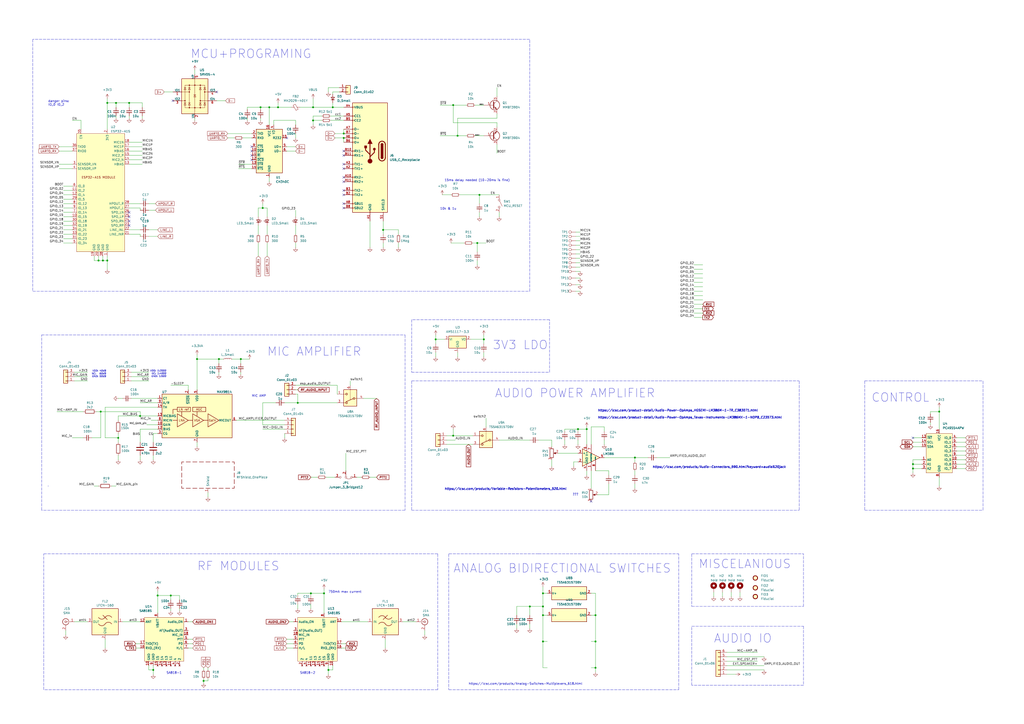
<source format=kicad_sch>
(kicad_sch (version 20211123) (generator eeschema)
  (paper "A2")
  (title_block (title "Cross band handy walkie talkie") (date "2022-12-15") (rev "1") (comment 1 "Author: Kecs Robert Alfred") (comment 2 "Reviewed by: Andreas Spiess"))
  (junction (at 280.67 196.85))
  (junction (at 180.34 344.17))
  (junction (at 340.36 248.92))
  (junction (at 151.13 62.23))
  (junction (at 58.42 238.76))
  (junction (at 276.86 140.97))
  (junction (at 529.59 271.78))
  (junction (at 529.59 269.24))
  (junction (at 314.96 351.79))
  (junction (at 307.34 351.79))
  (junction (at 81.28 241.3))
  (junction (at 68.58 254))
  (junction (at 181.61 69.85))
  (junction (at 190.5 388.62))
  (junction (at 278.13 113.03))
  (junction (at 139.7 208.28))
  (junction (at 172.72 233.68))
  (junction (at 345.44 372.11))
  (junction (at 181.61 62.23))
  (junction (at 262.89 60.96))
  (junction (at 262.89 252.73))
  (junction (at 193.04 62.23))
  (junction (at 544.83 238.76))
  (junction (at 57.15 151.13))
  (junction (at 199.39 80.01))
  (junction (at 314.96 356.87))
  (junction (at 314.96 372.11))
  (junction (at 265.43 78.74))
  (junction (at 99.06 345.44))
  (junction (at 222.25 133.35))
  (junction (at 127 208.28))
  (junction (at 161.29 62.23))
  (junction (at 88.9 388.62))
  (junction (at 91.44 345.44))
  (junction (at 345.44 356.87))
  (junction (at 152.4 120.65))
  (junction (at 62.23 59.69))
  (junction (at 156.21 62.23))
  (junction (at 74.93 59.69))
  (junction (at 118.11 394.97))
  (junction (at 67.31 59.69))
  (junction (at 335.28 248.92))
  (junction (at 345.44 387.35))
  (junction (at 114.3 208.28))
  (junction (at 252.73 196.85))
  (junction (at 187.96 344.17))
  (junction (at 62.23 151.13))
  (junction (at 199.39 77.47))
  (junction (at 368.3 265.43))
  (junction (at 314.96 344.17))
  (junction (at 59.69 151.13))
  (no_connect (at 146.05 90.17))
  (no_connect (at 100.33 58.42))
  (no_connect (at 199.39 118.11))
  (no_connect (at 199.39 102.87))
  (no_connect (at 166.37 80.01))
  (no_connect (at 199.39 87.63))
  (no_connect (at 199.39 95.25))
  (no_connect (at 199.39 105.41))
  (no_connect (at 146.05 85.09))
  (no_connect (at 342.9 290.83))
  (no_connect (at 199.39 113.03))
  (no_connect (at 199.39 97.79))
  (no_connect (at 74.93 130.81))
  (no_connect (at 125.73 53.34))
  (no_connect (at 146.05 87.63))
  (no_connect (at 529.59 254))
  (no_connect (at 74.93 128.27))
  (no_connect (at 146.05 92.71))
  (no_connect (at 74.93 125.73))
  (no_connect (at 74.93 123.19))
  (no_connect (at 199.39 110.49))
  (no_connect (at 199.39 90.17))
  (no_connect (at 199.39 120.65))
  (wire (pts (xy 81.28 241.3) (xy 81.28 238.76)))
  (wire (pts (xy 231.14 133.35) (xy 231.14 135.89)))
  (wire (pts (xy 288.29 55.88) (xy 288.29 50.8)))
  (wire (pts (xy 180.34 350.52) (xy 180.34 353.06)))
  (polyline (pts (xy 24.13 194.31) (xy 234.95 194.31)))
  (wire (pts (xy 402.59 176.53) (xy 407.67 176.53)))
  (wire (pts (xy 314.96 340.36) (xy 314.96 344.17)))
  (wire (pts (xy 402.59 179.07) (xy 407.67 179.07)))
  (wire (pts (xy 246.38 365.76) (xy 246.38 368.3)))
  (wire (pts (xy 137.16 243.84) (xy 165.1 243.84)))
  (wire (pts (xy 67.31 59.69) (xy 67.31 62.23)))
  (wire (pts (xy 149.86 120.65) (xy 152.4 120.65)))
  (wire (pts (xy 439.42 383.54) (xy 421.64 383.54)))
  (wire (pts (xy 180.34 276.86) (xy 184.15 276.86)))
  (wire (pts (xy 139.7 208.28) (xy 139.7 210.82)))
  (wire (pts (xy 199.39 80.01) (xy 199.39 82.55)))
  (wire (pts (xy 265.43 207.01) (xy 265.43 204.47)))
  (wire (pts (xy 91.44 236.22) (xy 60.96 236.22)))
  (wire (pts (xy 421.64 378.46) (xy 439.42 378.46)))
  (wire (pts (xy 252.73 194.31) (xy 252.73 196.85)))
  (polyline (pts (xy 318.77 215.9) (xy 318.77 185.42)))
  (wire (pts (xy 539.75 240.03) (xy 539.75 238.76)))
  (wire (pts (xy 402.59 156.21) (xy 407.67 156.21)))
  (wire (pts (xy 210.82 231.14) (xy 218.44 231.14)))
  (wire (pts (xy 402.59 171.45) (xy 407.67 171.45)))
  (wire (pts (xy 144.78 208.28) (xy 139.7 208.28)))
  (wire (pts (xy 262.89 71.12) (xy 288.29 71.12)))
  (polyline (pts (xy 347.98 220.98) (xy 463.55 220.98)))
  (wire (pts (xy 278.13 123.19) (xy 278.13 125.73)))
  (wire (pts (xy 76.2 218.44) (xy 86.36 218.44)))
  (polyline (pts (xy 156.21 321.31) (xy 254 321.31)))
  (wire (pts (xy 36.83 107.95) (xy 41.91 107.95)))
  (wire (pts (xy 41.91 95.25) (xy 34.29 95.25)))
  (wire (pts (xy 62.23 59.69) (xy 62.23 74.93)))
  (wire (pts (xy 81.28 264.16) (xy 81.28 266.7)))
  (wire (pts (xy 54.61 151.13) (xy 54.61 148.59)))
  (wire (pts (xy 146.05 77.47) (xy 132.08 77.47)))
  (wire (pts (xy 193.04 62.23) (xy 199.39 62.23)))
  (wire (pts (xy 88.9 388.62) (xy 88.9 386.08)))
  (wire (pts (xy 109.22 360.68) (xy 111.76 360.68)))
  (wire (pts (xy 314.96 351.79) (xy 314.96 356.87)))
  (wire (pts (xy 262.89 60.96) (xy 270.51 60.96)))
  (wire (pts (xy 76.2 220.98) (xy 86.36 220.98)))
  (wire (pts (xy 368.3 265.43) (xy 375.92 265.43)))
  (wire (pts (xy 181.61 69.85) (xy 181.61 67.31)))
  (polyline (pts (xy 234.95 295.91) (xy 24.13 295.91)))
  (polyline (pts (xy 401.32 321.31) (xy 466.09 321.31)))
  (polyline (pts (xy 238.76 215.9) (xy 318.77 215.9)))
  (wire (pts (xy 172.72 344.17) (xy 172.72 345.44)))
  (wire (pts (xy 91.44 246.38) (xy 85.09 246.38)))
  (wire (pts (xy 62.23 148.59) (xy 62.23 151.13)))
  (wire (pts (xy 181.61 62.23) (xy 193.04 62.23)))
  (wire (pts (xy 88.9 388.62) (xy 88.9 391.16)))
  (wire (pts (xy 76.2 215.9) (xy 86.36 215.9)))
  (wire (pts (xy 314.96 356.87) (xy 314.96 372.11)))
  (wire (pts (xy 334.01 139.7) (xy 336.55 139.7)))
  (polyline (pts (xy 501.65 220.98) (xy 570.23 220.98)))
  (wire (pts (xy 259.08 255.27) (xy 264.16 255.27)))
  (wire (pts (xy 198.12 375.92) (xy 200.66 375.92)))
  (wire (pts (xy 82.55 67.31) (xy 82.55 68.58)))
  (wire (pts (xy 340.36 273.05) (xy 340.36 275.59)))
  (wire (pts (xy 151.13 69.85) (xy 151.13 68.58)))
  (polyline (pts (xy 19.05 168.91) (xy 307.34 168.91)))
  (wire (pts (xy 68.58 251.46) (xy 68.58 254)))
  (wire (pts (xy 345.44 387.35) (xy 345.44 389.89)))
  (wire (pts (xy 288.29 88.9) (xy 288.29 83.82)))
  (wire (pts (xy 261.62 140.97) (xy 269.24 140.97)))
  (wire (pts (xy 82.55 92.71) (xy 74.93 92.71)))
  (wire (pts (xy 114.3 256.54) (xy 114.3 259.08)))
  (wire (pts (xy 288.29 68.58) (xy 288.29 66.04)))
  (wire (pts (xy 273.05 196.85) (xy 280.67 196.85)))
  (wire (pts (xy 334.01 142.24) (xy 336.55 142.24)))
  (wire (pts (xy 99.06 353.06) (xy 99.06 354.33)))
  (wire (pts (xy 71.12 231.14) (xy 68.58 231.14)))
  (polyline (pts (xy 466.09 351.79) (xy 466.09 321.31)))
  (wire (pts (xy 46.99 69.85) (xy 46.99 74.93)))
  (wire (pts (xy 173.99 62.23) (xy 181.61 62.23)))
  (wire (pts (xy 194.31 77.47) (xy 199.39 77.47)))
  (wire (pts (xy 544.83 276.86) (xy 544.83 281.94)))
  (wire (pts (xy 161.29 59.69) (xy 161.29 62.23)))
  (wire (pts (xy 143.51 63.5) (xy 143.51 62.23)))
  (wire (pts (xy 223.52 375.92) (xy 223.52 370.84)))
  (wire (pts (xy 402.59 173.99) (xy 407.67 173.99)))
  (wire (pts (xy 81.28 256.54) (xy 81.28 248.92)))
  (wire (pts (xy 172.72 350.52) (xy 172.72 353.06)))
  (wire (pts (xy 36.83 135.89) (xy 41.91 135.89)))
  (wire (pts (xy 265.43 78.74) (xy 270.51 78.74)))
  (polyline (pts (xy 27.94 281.94) (xy 27.94 281.94)) (stroke (width 0.3048)))
  (wire (pts (xy 252.73 199.39) (xy 252.73 196.85)))
  (wire (pts (xy 402.59 181.61) (xy 407.67 181.61)))
  (wire (pts (xy 529.59 256.54) (xy 534.67 256.54)))
  (wire (pts (xy 186.69 69.85) (xy 181.61 69.85)))
  (wire (pts (xy 171.45 228.6) (xy 172.72 228.6)))
  (wire (pts (xy 198.12 373.38) (xy 200.66 373.38)))
  (wire (pts (xy 36.83 110.49) (xy 41.91 110.49)))
  (wire (pts (xy 95.25 53.34) (xy 100.33 53.34)))
  (wire (pts (xy 33.02 238.76) (xy 48.26 238.76)))
  (wire (pts (xy 88.9 256.54) (xy 88.9 251.46)))
  (wire (pts (xy 41.91 69.85) (xy 46.99 69.85)))
  (wire (pts (xy 334.01 165.1) (xy 336.55 165.1)))
  (wire (pts (xy 323.85 262.89) (xy 335.28 262.89)))
  (wire (pts (xy 276.86 151.13) (xy 276.86 153.67)))
  (wire (pts (xy 209.55 276.86) (xy 207.01 276.86)))
  (wire (pts (xy 111.76 375.92) (xy 109.22 375.92)))
  (wire (pts (xy 193.04 386.08) (xy 193.04 388.62)))
  (polyline (pts (xy 238.76 185.42) (xy 238.76 215.9)))
  (wire (pts (xy 345.44 344.17) (xy 342.9 344.17)))
  (wire (pts (xy 36.83 138.43) (xy 41.91 138.43)))
  (wire (pts (xy 231.14 140.97) (xy 231.14 143.51)))
  (wire (pts (xy 161.29 62.23) (xy 168.91 62.23)))
  (wire (pts (xy 41.91 85.09) (xy 34.29 85.09)))
  (wire (pts (xy 74.93 133.35) (xy 81.28 133.35)))
  (wire (pts (xy 172.72 233.68) (xy 195.58 233.68)))
  (wire (pts (xy 36.83 140.97) (xy 41.91 140.97)))
  (wire (pts (xy 90.17 118.11) (xy 86.36 118.11)))
  (wire (pts (xy 307.34 356.87) (xy 307.34 351.79)))
  (wire (pts (xy 36.83 113.03) (xy 41.91 113.03)))
  (wire (pts (xy 314.96 372.11) (xy 317.5 372.11)))
  (wire (pts (xy 342.9 273.05) (xy 342.9 283.21)))
  (wire (pts (xy 190.5 386.08) (xy 190.5 388.62)))
  (wire (pts (xy 57.15 151.13) (xy 57.15 148.59)))
  (wire (pts (xy 191.77 69.85) (xy 199.39 69.85)))
  (wire (pts (xy 36.83 130.81) (xy 41.91 130.81)))
  (wire (pts (xy 299.72 351.79) (xy 307.34 351.79)))
  (wire (pts (xy 171.45 226.06) (xy 172.72 226.06)))
  (wire (pts (xy 86.36 388.62) (xy 88.9 388.62)))
  (polyline (pts (xy 466.09 363.22) (xy 466.09 397.51)))
  (wire (pts (xy 368.3 273.05) (xy 368.3 275.59)))
  (wire (pts (xy 120.65 387.35) (xy 120.65 388.62)))
  (wire (pts (xy 402.59 153.67) (xy 407.67 153.67)))
  (wire (pts (xy 402.59 168.91) (xy 407.67 168.91)))
  (wire (pts (xy 539.75 245.11) (xy 539.75 246.38)))
  (polyline (pts (xy 401.32 397.51) (xy 401.32 363.22)))
  (wire (pts (xy 104.14 347.98) (xy 104.14 345.44)))
  (wire (pts (xy 299.72 361.95) (xy 299.72 364.49)))
  (wire (pts (xy 91.44 233.68) (xy 81.28 233.68)))
  (wire (pts (xy 67.31 67.31) (xy 67.31 68.58)))
  (wire (pts (xy 111.76 373.38) (xy 109.22 373.38)))
  (wire (pts (xy 171.45 130.81) (xy 171.45 135.89)))
  (polyline (pts (xy 234.95 194.31) (xy 234.95 295.91)))
  (wire (pts (xy 120.65 394.97) (xy 118.11 394.97)))
  (wire (pts (xy 554.99 271.78) (xy 560.07 271.78)))
  (wire (pts (xy 99.06 345.44) (xy 99.06 347.98)))
  (wire (pts (xy 36.83 123.19) (xy 41.91 123.19)))
  (polyline (pts (xy 501.65 220.98) (xy 501.65 295.91)))
  (wire (pts (xy 554.99 264.16) (xy 560.07 264.16)))
  (wire (pts (xy 118.11 394.97) (xy 118.11 396.24)))
  (wire (pts (xy 181.61 67.31) (xy 186.69 67.31)))
  (wire (pts (xy 350.52 247.65) (xy 350.52 250.19)))
  (wire (pts (xy 259.08 257.81) (xy 274.32 257.81)))
  (wire (pts (xy 152.4 233.68) (xy 152.4 246.38)))
  (wire (pts (xy 262.89 252.73) (xy 274.32 252.73)))
  (polyline (pts (xy 393.7 400.05) (xy 393.7 321.31)))
  (polyline (pts (xy 307.34 168.91) (xy 307.34 22.86)))
  (wire (pts (xy 335.28 248.92) (xy 340.36 248.92)))
  (wire (pts (xy 233.68 360.68) (xy 241.3 360.68)))
  (wire (pts (xy 138.43 95.25) (xy 146.05 95.25)))
  (polyline (pts (xy 24.13 295.91) (xy 24.13 194.31)))
  (wire (pts (xy 68.58 264.16) (xy 68.58 266.7)))
  (wire (pts (xy 139.7 208.28) (xy 134.62 208.28)))
  (wire (pts (xy 314.96 344.17) (xy 314.96 351.79)))
  (wire (pts (xy 43.18 215.9) (xy 50.8 215.9)))
  (wire (pts (xy 350.52 255.27) (xy 350.52 257.81)))
  (wire (pts (xy 151.13 62.23) (xy 156.21 62.23)))
  (wire (pts (xy 167.64 360.68) (xy 170.18 360.68)))
  (wire (pts (xy 74.93 118.11) (xy 81.28 118.11)))
  (wire (pts (xy 402.59 184.15) (xy 407.67 184.15)))
  (wire (pts (xy 334.01 147.32) (xy 336.55 147.32)))
  (wire (pts (xy 43.18 218.44) (xy 50.8 218.44)))
  (wire (pts (xy 64.77 281.94) (xy 67.31 281.94)))
  (wire (pts (xy 87.63 243.84) (xy 91.44 243.84)))
  (wire (pts (xy 82.55 90.17) (xy 74.93 90.17)))
  (wire (pts (xy 334.01 149.86) (xy 336.55 149.86)))
  (wire (pts (xy 36.83 120.65) (xy 41.91 120.65)))
  (wire (pts (xy 146.05 80.01) (xy 140.97 80.01)))
  (wire (pts (xy 36.83 118.11) (xy 41.91 118.11)))
  (polyline (pts (xy 441.96 363.22) (xy 466.09 363.22)))
  (polyline (pts (xy 238.76 220.98) (xy 238.76 295.91)))
  (wire (pts (xy 36.83 115.57) (xy 41.91 115.57)))
  (wire (pts (xy 62.23 59.69) (xy 67.31 59.69)))
  (wire (pts (xy 152.4 248.92) (xy 165.1 248.92)))
  (wire (pts (xy 180.34 344.17) (xy 180.34 345.44)))
  (wire (pts (xy 149.86 140.97) (xy 149.86 148.59)))
  (wire (pts (xy 529.59 254) (xy 534.67 254)))
  (wire (pts (xy 529.59 259.08) (xy 534.67 259.08)))
  (wire (pts (xy 265.43 68.58) (xy 265.43 78.74)))
  (wire (pts (xy 252.73 196.85) (xy 257.81 196.85)))
  (wire (pts (xy 166.37 87.63) (xy 171.45 87.63)))
  (wire (pts (xy 166.37 370.84) (xy 170.18 370.84)))
  (wire (pts (xy 171.45 140.97) (xy 171.45 143.51)))
  (wire (pts (xy 334.01 154.94) (xy 336.55 154.94)))
  (wire (pts (xy 529.59 269.24) (xy 529.59 271.78)))
  (wire (pts (xy 129.54 208.28) (xy 127 208.28)))
  (wire (pts (xy 278.13 118.11) (xy 278.13 113.03)))
  (polyline (pts (xy 463.55 295.91) (xy 463.55 220.98)))
  (wire (pts (xy 60.96 236.22) (xy 60.96 254)))
  (wire (pts (xy 114.3 208.28) (xy 114.3 226.06)))
  (wire (pts (xy 289.56 123.19) (xy 289.56 125.73)))
  (wire (pts (xy 327.66 248.92) (xy 335.28 248.92)))
  (polyline (pts (xy 401.32 363.22) (xy 441.96 363.22)))
  (wire (pts (xy 429.26 343.535) (xy 429.26 346.075)))
  (wire (pts (xy 419.1 343.535) (xy 419.1 346.075)))
  (wire (pts (xy 158.75 69.85) (xy 171.45 69.85)))
  (wire (pts (xy 218.44 276.86) (xy 214.63 276.86)))
  (wire (pts (xy 196.85 53.34) (xy 193.04 53.34)))
  (wire (pts (xy 262.89 60.96) (xy 262.89 71.12)))
  (wire (pts (xy 342.9 257.81) (xy 342.9 247.65)))
  (wire (pts (xy 180.34 344.17) (xy 187.96 344.17)))
  (wire (pts (xy 345.44 372.11) (xy 342.9 372.11)))
  (wire (pts (xy 195.58 228.6) (xy 195.58 223.52)))
  (polyline (pts (xy 347.98 220.98) (xy 238.76 220.98)))
  (wire (pts (xy 81.28 137.16) (xy 81.28 135.89)))
  (wire (pts (xy 81.28 120.65) (xy 81.28 121.92)))
  (wire (pts (xy 181.61 72.39) (xy 181.61 69.85)))
  (wire (pts (xy 554.99 269.24) (xy 560.07 269.24)))
  (polyline (pts (xy 25.4 400.05) (xy 25.4 321.31)))
  (wire (pts (xy 350.52 265.43) (xy 368.3 265.43)))
  (wire (pts (xy 82.55 59.69) (xy 82.55 62.23)))
  (wire (pts (xy 143.51 62.23) (xy 151.13 62.23)))
  (polyline (pts (xy 118.11 22.86) (xy 307.34 22.86)))
  (wire (pts (xy 193.04 59.69) (xy 193.04 62.23)))
  (polyline (pts (xy 312.42 321.31) (xy 260.35 321.31)))
  (polyline (pts (xy 401.32 351.79) (xy 466.09 351.79)))
  (polyline (pts (xy 260.35 400.05) (xy 393.7 400.05)))
  (wire (pts (xy 402.59 161.29) (xy 407.67 161.29)))
  (wire (pts (xy 154.94 130.81) (xy 154.94 135.89)))
  (wire (pts (xy 334.01 137.16) (xy 336.55 137.16)))
  (wire (pts (xy 262.89 252.73) (xy 262.89 248.92)))
  (wire (pts (xy 190.5 50.8) (xy 190.5 53.34)))
  (wire (pts (xy 421.64 386.08) (xy 443.23 386.08)))
  (wire (pts (xy 288.29 68.58) (xy 265.43 68.58)))
  (wire (pts (xy 50.8 360.68) (xy 43.18 360.68)))
  (wire (pts (xy 189.23 276.86) (xy 194.31 276.86)))
  (wire (pts (xy 152.4 120.65) (xy 154.94 120.65)))
  (wire (pts (xy 334.01 161.29) (xy 336.55 161.29)))
  (wire (pts (xy 289.56 255.27) (xy 307.34 255.27)))
  (wire (pts (xy 91.44 133.35) (xy 86.36 133.35)))
  (wire (pts (xy 165.1 233.68) (xy 172.72 233.68)))
  (wire (pts (xy 353.06 273.05) (xy 345.44 273.05)))
  (wire (pts (xy 36.83 125.73) (xy 41.91 125.73)))
  (wire (pts (xy 214.63 128.27) (xy 214.63 143.51)))
  (wire (pts (xy 82.55 95.25) (xy 74.93 95.25)))
  (wire (pts (xy 143.51 69.85) (xy 143.51 68.58)))
  (polyline (pts (xy 254 321.31) (xy 254 400.05)))
  (wire (pts (xy 200.66 262.89) (xy 200.66 273.05)))
  (wire (pts (xy 222.25 133.35) (xy 231.14 133.35)))
  (wire (pts (xy 255.27 60.96) (xy 262.89 60.96)))
  (wire (pts (xy 539.75 238.76) (xy 544.83 238.76)))
  (wire (pts (xy 41.91 254) (xy 48.26 254)))
  (wire (pts (xy 190.5 50.8) (xy 196.85 50.8)))
  (wire (pts (xy 91.44 342.9) (xy 91.44 345.44)))
  (wire (pts (xy 172.72 344.17) (xy 180.34 344.17)))
  (wire (pts (xy 222.25 140.97) (xy 222.25 143.51)))
  (wire (pts (xy 109.22 223.52) (xy 99.06 223.52)))
  (wire (pts (xy 381 265.43) (xy 388.62 265.43)))
  (wire (pts (xy 190.5 388.62) (xy 190.5 391.16)))
  (wire (pts (xy 314.96 356.87) (xy 317.5 356.87)))
  (wire (pts (xy 275.59 78.74) (xy 280.67 78.74)))
  (wire (pts (xy 81.28 248.92) (xy 91.44 248.92)))
  (wire (pts (xy 132.08 80.01) (xy 135.89 80.01)))
  (wire (pts (xy 62.23 151.13) (xy 62.23 156.21)))
  (wire (pts (xy 199.39 74.93) (xy 199.39 77.47)))
  (wire (pts (xy 335.28 248.92) (xy 335.28 250.19)))
  (wire (pts (xy 314.96 387.35) (xy 317.5 387.35)))
  (wire (pts (xy 334.01 157.48) (xy 336.55 157.48)))
  (wire (pts (xy 421.64 381) (xy 443.23 381)))
  (wire (pts (xy 252.73 207.01) (xy 252.73 204.47)))
  (wire (pts (xy 113.03 40.64) (xy 113.03 43.18)))
  (polyline (pts (xy 501.65 295.91) (xy 570.23 295.91)))
  (wire (pts (xy 554.99 266.7) (xy 560.07 266.7)))
  (wire (pts (xy 154.94 140.97) (xy 154.94 148.59)))
  (wire (pts (xy 288.29 71.12) (xy 288.29 73.66)))
  (wire (pts (xy 57.15 151.13) (xy 59.69 151.13)))
  (wire (pts (xy 332.74 267.97) (xy 332.74 270.51)))
  (polyline (pts (xy 260.35 321.31) (xy 260.35 400.05)))
  (wire (pts (xy 166.37 373.38) (xy 170.18 373.38)))
  (wire (pts (xy 82.55 85.09) (xy 74.93 85.09)))
  (polyline (pts (xy 238.76 295.91) (xy 463.55 295.91)))
  (wire (pts (xy 307.34 361.95) (xy 307.34 364.49)))
  (wire (pts (xy 307.34 351.79) (xy 314.96 351.79)))
  (polyline (pts (xy 118.11 22.86) (xy 19.05 22.86)))
  (polyline (pts (xy 401.32 321.31) (xy 401.32 351.79)))
  (wire (pts (xy 181.61 57.15) (xy 181.61 62.23)))
  (wire (pts (xy 187.96 341.63) (xy 187.96 344.17)))
  (wire (pts (xy 130.81 58.42) (xy 125.73 58.42)))
  (wire (pts (xy 345.44 387.35) (xy 342.9 387.35)))
  (wire (pts (xy 256.54 113.03) (xy 261.62 113.03)))
  (wire (pts (xy 345.44 356.87) (xy 345.44 344.17)))
  (wire (pts (xy 203.2 223.52) (xy 203.2 220.98)))
  (wire (pts (xy 156.21 62.23) (xy 161.29 62.23)))
  (wire (pts (xy 280.67 199.39) (xy 280.67 196.85)))
  (wire (pts (xy 332.74 267.97) (xy 335.28 267.97)))
  (wire (pts (xy 314.96 344.17) (xy 317.5 344.17)))
  (wire (pts (xy 171.45 223.52) (xy 195.58 223.52)))
  (wire (pts (xy 58.42 254) (xy 53.34 254)))
  (wire (pts (xy 340.36 247.65) (xy 340.36 248.92)))
  (wire (pts (xy 529.59 266.7) (xy 534.67 266.7)))
  (wire (pts (xy 171.45 121.92) (xy 171.45 125.73)))
  (wire (pts (xy 113.03 69.85) (xy 113.03 68.58)))
  (wire (pts (xy 158.75 72.39) (xy 158.75 69.85)))
  (wire (pts (xy 82.55 82.55) (xy 74.93 82.55)))
  (wire (pts (xy 114.3 205.74) (xy 114.3 208.28)))
  (polyline (pts (xy 570.23 295.91) (xy 570.23 220.98)))
  (wire (pts (xy 424.18 343.535) (xy 424.18 346.075)))
  (wire (pts (xy 118.11 393.7) (xy 118.11 394.97)))
  (wire (pts (xy 259.08 252.73) (xy 262.89 252.73)))
  (wire (pts (xy 402.59 158.75) (xy 407.67 158.75)))
  (wire (pts (xy 187.96 344.17) (xy 187.96 355.6)))
  (wire (pts (xy 36.83 133.35) (xy 41.91 133.35)))
  (polyline (pts (xy 254 400.05) (xy 25.4 400.05)))
  (wire (pts (xy 544.83 238.76) (xy 544.83 248.92)))
  (wire (pts (xy 62.23 57.15) (xy 62.23 59.69)))
  (wire (pts (xy 60.96 375.92) (xy 60.96 370.84)))
  (wire (pts (xy 554.99 259.08) (xy 560.07 259.08)))
  (wire (pts (xy 172.72 228.6) (xy 172.72 233.68)))
  (wire (pts (xy 120.65 393.7) (xy 120.65 394.97)))
  (wire (pts (xy 222.25 133.35) (xy 222.25 135.89)))
  (wire (pts (xy 74.93 120.65) (xy 81.28 120.65)))
  (wire (pts (xy 198.12 360.68) (xy 213.36 360.68)))
  (wire (pts (xy 353.06 275.59) (xy 353.06 273.05)))
  (wire (pts (xy 111.76 370.84) (xy 109.22 370.84)))
  (wire (pts (xy 327.66 248.92) (xy 327.66 250.19)))
  (wire (pts (xy 165.1 251.46) (xy 165.1 254)))
  (wire (pts (xy 222.25 133.35) (xy 222.25 128.27)))
  (wire (pts (xy 76.2 231.14) (xy 91.44 231.14)))
  (wire (pts (xy 554.99 261.62) (xy 560.07 261.62)))
  (wire (pts (xy 74.93 67.31) (xy 74.93 68.58)))
  (wire (pts (xy 314.96 372.11) (xy 314.96 387.35)))
  (wire (pts (xy 191.77 67.31) (xy 199.39 67.31)))
  (polyline (pts (xy 318.77 185.42) (xy 238.76 185.42)))
  (wire (pts (xy 280.67 194.31) (xy 280.67 196.85)))
  (wire (pts (xy 86.36 388.62) (xy 86.36 386.08)))
  (wire (pts (xy 138.43 97.79) (xy 146.05 97.79)))
  (wire (pts (xy 529.59 274.32) (xy 529.59 271.78)))
  (wire (pts (xy 127 217.17) (xy 127 215.9)))
  (wire (pts (xy 345.44 387.35) (xy 345.44 372.11)))
  (wire (pts (xy 156.21 102.87) (xy 156.21 105.41)))
  (wire (pts (xy 299.72 356.87) (xy 299.72 351.79)))
  (wire (pts (xy 275.59 60.96) (xy 280.67 60.96)))
  (wire (pts (xy 353.06 280.67) (xy 353.06 287.02)))
  (wire (pts (xy 276.86 146.05) (xy 276.86 140.97)))
  (wire (pts (xy 368.3 280.67) (xy 368.3 283.21)))
  (wire (pts (xy 278.13 113.03) (xy 289.56 113.03)))
  (wire (pts (xy 99.06 345.44) (xy 104.14 345.44)))
  (wire (pts (xy 193.04 388.62) (xy 190.5 388.62)))
  (wire (pts (xy 74.93 59.69) (xy 82.55 59.69)))
  (wire (pts (xy 120.65 285.75) (xy 120.65 288.29)))
  (wire (pts (xy 91.44 345.44) (xy 91.44 355.6)))
  (wire (pts (xy 312.42 255.27) (xy 320.04 255.27)))
  (wire (pts (xy 166.37 375.92) (xy 170.18 375.92)))
  (wire (pts (xy 276.86 140.97) (xy 274.32 140.97)))
  (wire (pts (xy 59.69 151.13) (xy 62.23 151.13)))
  (wire (pts (xy 104.14 353.06) (xy 104.14 354.33)))
  (wire (pts (xy 171.45 69.85) (xy 171.45 72.39)))
  (wire (pts (xy 281.94 247.65) (xy 281.94 242.57)))
  (wire (pts (xy 38.1 365.76) (xy 38.1 368.3)))
  (polyline (pts (xy 466.09 397.51) (xy 401.32 397.51)))
  (wire (pts (xy 334.01 168.91) (xy 336.55 168.91)))
  (wire (pts (xy 59.69 151.13) (xy 59.69 148.59)))
  (wire (pts (xy 139.7 217.17) (xy 139.7 215.9)))
  (wire (pts (xy 55.88 238.76) (xy 58.42 238.76)))
  (wire (pts (xy 60.96 254) (xy 68.58 254)))
  (wire (pts (xy 74.93 59.69) (xy 74.93 62.23)))
  (wire (pts (xy 90.17 121.92) (xy 86.36 121.92)))
  (wire (pts (xy 109.22 226.06) (xy 109.22 223.52)))
  (wire (pts (xy 81.28 373.38) (xy 78.74 373.38)))
  (wire (pts (xy 194.31 80.01) (xy 199.39 80.01)))
  (wire (pts (xy 402.59 163.83) (xy 407.67 163.83)))
  (wire (pts (xy 320.04 255.27) (xy 320.04 259.08)))
  (wire (pts (xy 154.94 120.65) (xy 154.94 125.73)))
  (wire (pts (xy 68.58 256.54) (xy 68.58 254)))
  (wire (pts (xy 88.9 264.16) (xy 88.9 266.7)))
  (wire (pts (xy 334.01 134.62) (xy 336.55 134.62)))
  (wire (pts (xy 255.27 78.74) (xy 265.43 78.74)))
  (wire (pts (xy 127 208.28) (xy 114.3 208.28)))
  (wire (pts (xy 81.28 241.3) (xy 91.44 241.3)))
  (wire (pts (xy 554.99 256.54) (xy 560.07 256.54)))
  (wire (pts (xy 529.59 271.78) (xy 534.67 271.78)))
  (wire (pts (xy 41.91 87.63) (xy 34.29 87.63)))
  (wire (pts (xy 342.9 247.65) (xy 350.52 247.65)))
  (wire (pts (xy 118.11 387.35) (xy 118.11 388.62)))
  (wire (pts (xy 529.59 266.7) (xy 529.59 269.24)))
  (wire (pts (xy 74.93 135.89) (xy 81.28 135.89)))
  (polyline (pts (xy 25.4 321.31) (xy 156.21 321.31)))
  (wire (pts (xy 43.18 220.98) (xy 50.8 220.98)))
  (wire (pts (xy 320.04 266.7) (xy 320.04 270.51)))
  (wire (pts (xy 426.72 391.16) (xy 421.64 391.16)))
  (wire (pts (xy 165.1 246.38) (xy 152.4 246.38)))
  (wire (pts (xy 443.23 388.62) (xy 421.64 388.62)))
  (wire (pts (xy 334.01 152.4) (xy 336.55 152.4)))
  (wire (pts (xy 544.83 236.22) (xy 544.83 238.76)))
  (wire (pts (xy 166.37 85.09) (xy 171.45 85.09)))
  (wire (pts (xy 193.04 53.34) (xy 193.04 54.61)))
  (wire (pts (xy 91.44 345.44) (xy 99.06 345.44)))
  (wire (pts (xy 335.28 255.27) (xy 335.28 257.81)))
  (wire (pts (xy 327.66 255.27) (xy 327.66 257.81)))
  (wire (pts (xy 152.4 233.68) (xy 160.02 233.68)))
  (wire (pts (xy 58.42 238.76) (xy 58.42 254)))
  (wire (pts (xy 151.13 63.5) (xy 151.13 62.23)))
  (polyline (pts (xy 19.05 22.86) (xy 19.05 168.91)))
  (wire (pts (xy 91.44 137.16) (xy 86.36 137.16)))
  (wire (pts (xy 346.71 287.02) (xy 353.06 287.02)))
  (wire (pts (xy 266.7 113.03) (xy 278.13 113.03)))
  (wire (pts (xy 88.9 251.46) (xy 91.44 251.46)))
  (wire (pts (xy 54.61 151.13) (xy 57.15 151.13)))
  (wire (pts (xy 345.44 356.87) (xy 342.9 356.87)))
  (wire (pts (xy 171.45 77.47) (xy 171.45 80.01)))
  (wire (pts (xy 68.58 243.84) (xy 68.58 241.3)))
  (wire (pts (xy 68.58 241.3) (xy 81.28 241.3)))
  (wire (pts (xy 529.59 269.24) (xy 534.67 269.24)))
  (wire (pts (xy 402.59 166.37) (xy 407.67 166.37)))
  (wire (pts (xy 368.3 265.43) (xy 368.3 267.97)))
  (wire (pts (xy 156.21 72.39) (xy 156.21 62.23)))
  (wire (pts (xy 58.42 238.76) (xy 81.28 238.76)))
  (wire (pts (xy 280.67 207.01) (xy 280.67 204.47)))
  (wire (pts (xy 281.94 140.97) (xy 276.86 140.97)))
  (wire (pts (xy 149.86 130.81) (xy 149.86 135.89)))
  (polyline (pts (xy 312.42 321.31) (xy 393.7 321.31)))
  (wire (pts (xy 71.12 360.68) (xy 81.28 360.68)))
  (wire (pts (xy 41.91 97.79) (xy 34.29 97.79)))
  (wire (pts (xy 345.44 372.11) (xy 345.44 356.87)))
  (wire (pts (xy 81.28 375.92) (xy 78.74 375.92)))
  (wire (pts (xy 67.31 59.69) (xy 74.93 59.69)))
  (wire (pts (xy 57.15 281.94) (xy 54.61 281.94)))
  (wire (pts (xy 36.83 128.27) (xy 41.91 128.27)))
  (wire (pts (xy 340.36 248.92) (xy 340.36 257.81)))
  (wire (pts (xy 127 208.28) (xy 127 210.82)))
  (wire (pts (xy 414.02 343.535) (xy 414.02 346.075)))
  (wire (pts (xy 554.99 254) (xy 560.07 254)))
  (wire (pts (xy 82.55 87.63) (xy 74.93 87.63)))
  (wire (pts (xy 334.01 144.78) (xy 336.55 144.78)))
  (wire (pts (xy 152.4 118.11) (xy 152.4 120.65)))
  (wire (pts (xy 149.86 125.73) (xy 149.86 120.65)))
  (text "3V3 LDO" (at 285.75 203.2 0) (effects (font (size 5 5)) (justify left bottom)))
  (text "MISCELANIOUS" (at 405.13 330.2 0) (effects (font (size 5 5)) (justify left bottom)))
  (text "https://lcsc.com/products/Audio-Connectors_590.html?keyword=audio%20jack" (at 378.46 271.78 0) (effects (font (size 1.27 1.27) bold italic) (justify left bottom)))
  (text "https://lcsc.com/product-detail/Audio-Power-OpAmps_HGSEMI-LM386M-1-TR_C383071.html\n\nhttps://lcsc.com/product-detail/Audio-Power-OpAmps_Texas-Instruments-LM386MX-1-NOPB_C23573.html\n\n" (at 346.71 245.11 0) (effects (font (size 1.27 1.27) bold italic) (justify left bottom)))
  (text "danger pins:\nIO_0 IO_2" (at 27.94 61.595 0) (effects (font (size 1.27 1.27)) (justify left bottom)))
  (text "https://lcsc.com/products/Variable-Resistors-Potentiometers_520.html" (at 257.81 284.48 0) (effects (font (size 1.27 1.27) bold italic) (justify left bottom)))
  (text "SA818-2\n" (at 173.99 391.16 0) (effects (font (size 1.27 1.27)) (justify left bottom)))
  (text "VDD: 1:2000\nNC: 1:4000\nGND: 1:500\n\n\n" (at 96.52 222.25 180) (effects (font (size 1 1) italic) (justify right bottom)))
  (text "SA818-1\n" (at 96.52 391.16 0) (effects (font (size 1.27 1.27)) (justify left bottom)))
  (text "15ms delay needed (10-20ms is fine)" (at 257.81 105.41 0) (effects (font (size 1.27 1.27)) (justify left bottom)))
  (text "MIC AMP" (at 146.05 230.505 0) (effects (font (size 1.27 1.27)) (justify left bottom)))
  (text "ANALOG BIDIRECTIONAL SWITCHES" (at 262.89 332.74 0) (effects (font (size 5 5)) (justify left bottom)))
  (text "RF MODULES" (at 114.3 331.47 0) (effects (font (size 5 5)) (justify left bottom)))
  (text "MCU+PROGRAMING" (at 110.49 34.29 0) (effects (font (size 5 5)) (justify left bottom)))
  (text "AUDIO POWER AMPLIFIER" (at 287.02 231.14 0) (effects (font (size 5 5)) (justify left bottom)))
  (text "MIC AMPLIFIER" (at 154.94 207.01 0) (effects (font (size 5 5)) (justify left bottom)))
  (text "10k & 1u " (at 255.27 121.92 0) (effects (font (size 1.27 1.27)) (justify left bottom)))
  (text "750mA max current" (at 190.5 344.17 0) (effects (font (size 1.27 1.27)) (justify left bottom)))
  (text "CONTROL" (at 505.46 233.68 0) (effects (font (size 5 5)) (justify left bottom)))
  (text "AUDIO IO" (at 414.02 373.38 0) (effects (font (size 5 5)) (justify left bottom)))
  (text "???\n" (at 332.105 287.655 0) (effects (font (size 1.27 1.27)) (justify left bottom)))
  (text "VDD: 40dB\nNC:	 60dB\nGND: 50dB" (at 61.595 219.075 180) (effects (font (size 1 1) italic) (justify right bottom)))
  (text "https://lcsc.com/products/Analog-Switches-Multiplexers_618.html" (at 271.78 397.51 0) (effects (font (size 1.27 1.27)) (justify left bottom)))
  (label "MIC-AMP_IN" (at 33.02 238.76 0))
  (label "GPIO_04" (at 36.83 113.03 180))
  (label "GPIO_05" (at 402.59 158.75 180))
  (label "esp_audio_OUTPUT" (at 173.99 223.52 0))
  (label "ant3" (at 74.93 360.68 0))
  (label "MIC2N" (at 82.55 90.17 0))
  (label "GPIO_14" (at 402.59 166.37 180))
  (label "cc2" (at 194.31 69.85 0))
  (label "ant4" (at 45.72 360.68 0))
  (label "GPIO_19" (at 36.83 130.81 180))
  (label "MIC1N" (at 82.55 82.55 0))
  (label "BOOT" (at 288.29 88.9 0))
  (label "MIC_AR" (at 81.28 233.68 0))
  (label "switch2" (at 281.94 242.57 180))
  (label "CG" (at 88.9 252.73 180))
  (label "GPIO_22" (at 402.59 179.07 180))
  (label "GPIO_23" (at 402.59 181.61 180))
  (label "MBIAS" (at 336.55 139.7 0))
  (label "GPIO_23" (at 171.45 121.92 180))
  (label "GPIO_04" (at 402.59 156.21 180))
  (label "GPIO_19" (at 402.59 173.99 180))
  (label "MBIAS" (at 82.55 87.63 0))
  (label "GND" (at 86.36 220.98 180))
  (label "GPIO_21" (at 36.83 133.35 180))
  (label "BIAS" (at 81.28 252.73 180))
  (label "SENSOR_VP" (at 34.29 97.79 180))
  (label "-SLEEP" (at 99.06 223.52 0))
  (label "cc1" (at 194.31 67.31 0))
  (label "MIC1P" (at 336.55 137.16 0))
  (label "MIC1N" (at 336.55 134.62 0))
  (label "MIC2P" (at 82.55 92.71 0))
  (label "AMPLIFIED_AUDIO_OUT" (at 388.62 265.43 0))
  (label "GPIO_34" (at 402.59 184.15 180))
  (label "GPIO_12" (at 36.83 118.11 180))
  (label "GPIO_34" (at 36.83 140.97 180))
  (label "BOOT" (at 36.83 107.95 180))
  (label "SENSOR_VP" (at 336.55 152.4 0))
  (label "GPIO_23" (at 36.83 138.43 180))
  (label "GPIO_13" (at 36.83 120.65 180))
  (label "MIC_EST_PTT" (at 200.66 262.89 0))
  (label "MIC_GAIN_pin" (at 85.09 246.38 180) (effects (font (size 1 1))))
  (label "GPIO_05" (at 36.83 115.57 180))
  (label "BASE2" (at 275.59 78.74 0) (effects (font (size 0.5 0.5))))
  (label "BOOT" (at 281.94 140.97 0))
  (label "MIC_AMPLIFIER_OUTPUT" (at 138.43 243.84 0))
  (label "AMPLIFIED_AUDIO_OUT" (at 443.23 386.08 0))
  (label "GPIO_18" (at 402.59 171.45 180))
  (label "MIC_BIAS" (at 71.12 241.3 0))
  (label "MIC1P" (at 82.55 85.09 0))
  (label "SENSOR_VN" (at 336.55 154.94 0))
  (label "GPIO_22" (at 36.83 135.89 180))
  (label "MIC_in" (at 87.63 243.84 180))
  (label "switch1" (at 203.2 220.98 0))
  (label "SENSOR_VN" (at 34.29 95.25 180))
  (label "+3V3" (at 50.8 215.9 180))
  (label "GPIO_15" (at 36.83 125.73 180))
  (label "+3V3" (at 86.36 215.9 180))
  (label "~{RTS}" (at 255.27 78.74 0))
  (label "BASE1" (at 278.13 60.96 0) (effects (font (size 0.5 0.5))))
  (label "MIC_EST_PTT" (at 439.42 383.54 180))
  (label "MIC_GAIN" (at 50.8 218.44 180))
  (label "GPIO_02" (at 36.83 110.49 180))
  (label "GPIO_15" (at 402.59 168.91 180))
  (label "AUDIO_IN" (at 264.16 255.27 0))
  (label "MIC-AMP_IN" (at 439.42 378.46 180))
  (label "GPIO_18" (at 36.83 128.27 180))
  (label "GND" (at 50.8 220.98 180))
  (label "GPIO_02" (at 402.59 153.67 180))
  (label "HBIAS" (at 336.55 147.32 0))
  (label "EN" (at 284.48 113.03 0))
  (label "ant1" (at 204.47 360.68 0))
  (label "HBIAS" (at 82.55 95.25 0))
  (label "GPIO_12" (at 402.59 161.29 180))
  (label "MIC_AR" (at 86.36 218.44 180))
  (label "~{DTR}" (at 138.43 95.25 0))
  (label "MIC_GAIN_pin" (at 67.31 281.94 0))
  (label "MIC_in" (at 41.91 254 180))
  (label "GPIO_14" (at 36.83 123.19 180))
  (label "EN" (at 288.29 50.8 0))
  (label "GPIO_13" (at 402.59 163.83 180))
  (label "EN" (at 41.91 69.85 0))
  (label "MIC2P" (at 336.55 144.78 0))
  (label "GPIO_21" (at 402.59 176.53 180))
  (label "MIC2N" (at 336.55 142.24 0))
  (label "~{RTS}" (at 138.43 97.79 0))
  (label "AUDIO_IN" (at 294.64 255.27 0))
  (label "EXT_SPEAKER+" (at 439.42 386.08 180))
  (label "MIC-DIGI_IN" (at 152.4 248.92 0))
  (label "~{DTR}" (at 255.27 60.96 0))
  (label "MIC_GAIN" (at 54.61 281.94 180))
  (label "GPIO_22" (at 336.55 149.86 0))
  (label "ant2" (at 236.22 360.68 0))
  (global_label "D+" (shape input) (at 171.45 85.09 0) (property "Intersheet References" "${INTERSHEET_REFS}" (effects hide)))
  (global_label "PD1" (shape input) (at 560.07 261.62 0) (property "Intersheet References" "${INTERSHEET_REFS}" (effects hide)))
  (global_label "D-" (shape input) (at 171.45 87.63 0) (property "Intersheet References" "${INTERSHEET_REFS}" (effects hide)))
  (global_label "PD2" (shape input) (at 166.37 373.38 180) (property "Intersheet References" "${INTERSHEET_REFS}" (effects hide)))
  (global_label "UART0_RX" (shape input) (at 149.86 148.59 270) (property "Intersheet References" "${INTERSHEET_REFS}" (effects hide)))
  (global_label "AUDIO_OUT" (shape input) (at 271.78 257.81 270) (effects (font (thickness 0.254) bold italic)) (property "Intersheet References" "${INTERSHEET_REFS}" (effects hide)))
  (global_label "PTT1" (shape input) (at 560.07 254 0) (property "Intersheet References" "${INTERSHEET_REFS}" (effects hide)))
  (global_label "HPOUT_R" (shape input) (at 90.17 118.11 0) (property "Intersheet References" "${INTERSHEET_REFS}" (effects hide)))
  (global_label "UART0_TX" (shape input) (at 132.08 80.01 180) (property "Intersheet References" "${INTERSHEET_REFS}" (effects hide)))
  (global_label "RX1" (shape input) (at 78.74 373.38 180) (effects (font (thickness 0.254) bold italic)) (property "Intersheet References" "${INTERSHEET_REFS}" (effects hide)))
  (global_label "D-" (shape input) (at 194.31 77.47 180) (property "Intersheet References" "${INTERSHEET_REFS}" (effects hide)))
  (global_label "RX2" (shape input) (at 407.67 181.61 0) (effects (font (thickness 0.254) bold italic)) (property "Intersheet References" "${INTERSHEET_REFS}" (effects hide)))
  (global_label "PD1" (shape input) (at 118.11 387.35 90) (property "Intersheet References" "${INTERSHEET_REFS}" (effects hide)))
  (global_label "RX1" (shape input) (at 407.67 176.53 0) (effects (font (thickness 0.254) bold italic)) (property "Intersheet References" "${INTERSHEET_REFS}" (effects hide)))
  (global_label "H{slash}L2" (shape input) (at 560.07 269.24 0) (property "Intersheet References" "${INTERSHEET_REFS}" (effects hide)))
  (global_label "RX2" (shape input) (at 200.66 373.38 0) (effects (font (thickness 0.254) bold italic)) (property "Intersheet References" "${INTERSHEET_REFS}" (effects hide)))
  (global_label "PTT2" (shape input) (at 180.34 276.86 180) (effects (font (thickness 0.254) bold italic)) (property "Intersheet References" "${INTERSHEET_REFS}" (effects hide)))
  (global_label "RF_AUDIO_INPUT" (shape input) (at 218.44 231.14 270) (effects (font (thickness 0.254) bold italic)) (property "Intersheet References" "${INTERSHEET_REFS}" (effects hide)))
  (global_label "PTT2" (shape input) (at 166.37 370.84 180) (property "Intersheet References" "${INTERSHEET_REFS}" (effects hide)))
  (global_label "UART0_TX" (shape input) (at 34.29 85.09 180) (property "Intersheet References" "${INTERSHEET_REFS}" (effects hide)))
  (global_label "H{slash}L1" (shape input) (at 560.07 259.08 0) (property "Intersheet References" "${INTERSHEET_REFS}" (effects hide)))
  (global_label "HPOUT_L" (shape input) (at 90.17 121.92 0) (property "Intersheet References" "${INTERSHEET_REFS}" (effects hide)))
  (global_label "LINE_R" (shape input) (at 91.44 137.16 0) (property "Intersheet References" "${INTERSHEET_REFS}" (effects hide)))
  (global_label "H{slash}L1" (shape input) (at 111.76 375.92 0) (property "Intersheet References" "${INTERSHEET_REFS}" (effects hide)))
  (global_label "PD1" (shape input) (at 111.76 373.38 0) (property "Intersheet References" "${INTERSHEET_REFS}" (effects hide)))
  (global_label "TX2" (shape output) (at 407.67 184.15 0) (effects (font (thickness 0.254) bold italic)) (property "Intersheet References" "${INTERSHEET_REFS}" (effects hide)))
  (global_label "PD1" (shape input) (at 560.07 256.54 0) (property "Intersheet References" "${INTERSHEET_REFS}" (effects hide)))
  (global_label "LINE_L" (shape input) (at 91.44 133.35 0) (property "Intersheet References" "${INTERSHEET_REFS}" (effects hide)))
  (global_label "PTT1" (shape input) (at 111.76 370.84 0) (property "Intersheet References" "${INTERSHEET_REFS}" (effects hide)))
  (global_label "D+" (shape input) (at 194.31 80.01 180) (property "Intersheet References" "${INTERSHEET_REFS}" (effects hide)))
  (global_label "TX1" (shape output) (at 78.74 375.92 180) (effects (font (thickness 0.254) bold italic)) (property "Intersheet References" "${INTERSHEET_REFS}" (effects hide)))
  (global_label "TX2" (shape output) (at 200.66 375.92 0) (effects (font (thickness 0.254) bold italic)) (property "Intersheet References" "${INTERSHEET_REFS}" (effects hide)))
  (global_label "D-" (shape input) (at 130.81 58.42 0) (property "Intersheet References" "${INTERSHEET_REFS}" (effects hide)))
  (global_label "AUDIO_ON1" (shape input) (at 111.76 360.68 0) (effects (font (thickness 0.254) bold italic)) (property "Intersheet References" "${INTERSHEET_REFS}" (effects hide)))
  (global_label "TX1" (shape output) (at 407.67 179.07 0) (effects (font (thickness 0.254) bold italic)) (property "Intersheet References" "${INTERSHEET_REFS}" (effects hide)))
  (global_label "PD2" (shape input) (at 560.07 271.78 0) (property "Intersheet References" "${INTERSHEET_REFS}" (effects hide)))
  (global_label "UART0_RX" (shape input) (at 132.08 77.47 180) (property "Intersheet References" "${INTERSHEET_REFS}" (effects hide)))
  (global_label "AUDIO_ON2" (shape input) (at 167.64 360.68 180) (effects (font (thickness 0.254) bold italic)) (property "Intersheet References" "${INTERSHEET_REFS}" (effects hide)))
  (global_label "H{slash}L2" (shape input) (at 166.37 375.92 180) (property "Intersheet References" "${INTERSHEET_REFS}" (effects hide)))
  (global_label "RF_AUDIO_INPUT" (shape input) (at 172.72 226.06 0) (effects (font (thickness 0.254) bold italic)) (property "Intersheet References" "${INTERSHEET_REFS}" (effects hide)))
  (global_label "PTT2" (shape input) (at 560.07 264.16 0) (property "Intersheet References" "${INTERSHEET_REFS}" (effects hide)))
  (global_label "SCL" (shape input) (at 529.59 256.54 180) (effects (font bold italic)) (property "Intersheet References" "${INTERSHEET_REFS}" (effects hide)))
  (global_label "SDA" (shape bidirectional) (at 529.59 259.08 180) (effects (font (thickness 0.254) bold italic)) (property "Intersheet References" "${INTERSHEET_REFS}" (effects hide)))
  (global_label "D+" (shape input) (at 95.25 53.34 180) (property "Intersheet References" "${INTERSHEET_REFS}" (effects hide)))
  (global_label "UART0_TX" (shape input) (at 154.94 148.59 270) (property "Intersheet References" "${INTERSHEET_REFS}" (effects hide)))
  (global_label "PD2" (shape input) (at 120.65 387.35 90) (property "Intersheet References" "${INTERSHEET_REFS}" (effects hide)))
  (global_label "UART0_RX" (shape input) (at 34.29 87.63 180) (property "Intersheet References" "${INTERSHEET_REFS}" (effects hide)))
  (global_label "PTT1" (shape input) (at 218.44 276.86 0) (effects (font (thickness 0.254) bold italic)) (property "Intersheet References" "${INTERSHEET_REFS}" (effects hide)))
  (global_label "PD2" (shape input) (at 560.07 266.7 0) (property "Intersheet References" "${INTERSHEET_REFS}" (effects hide)))
  (symbol (lib_id "Connector_Generic:Conn_01x03") (at 166.37 226.06 180) (unit 1)
    (property "Reference" "J2" (at 166.37 217.805 0))
    (property "Value" "Conn_01x03" (at 166.37 220.345 0))
    (property "Footprint" "Connector_PinHeader_2.54mm:PinHeader_1x03_P2.54mm_Vertical" (effects hide))
  )
  (symbol (lib_id "Device:LED_Small") (at 171.45 128.27 90) (unit 1)
    (property "Reference" "D4" (at 173.99 126.9364 90) (effects (justify right)))
    (property "Value" "LED_Small" (at 173.99 129.4764 90) (effects (justify right)))
    (property "Footprint" "LED_SMD:LED_0805_2012Metric" (effects hide))
    (property "LCSC" "C2297" (effects hide))
  )
  (symbol (lib_id "power:GND") (at 280.67 207.01 0) (unit 1)
    (property "Reference" "#PWR028" (effects hide))
    (property "Value" "GND" (effects hide))
  )
  (symbol (lib_id "power:+5V") (at 187.96 341.63 0) (unit 1)
    (property "Reference" "#PWR056" (effects hide))
    (property "Value" "+5V" (at 187.96 336.55 0))
  )
  (symbol (lib_id "power:GND") (at 165.1 254 0) (unit 1)
    (property "Reference" "#PWR0114" (effects hide))
    (property "Value" "GND" (effects hide))
  )
  (symbol (lib_id "Device:R_Small") (at 273.05 78.74 90) (unit 1)
    (property "Reference" "R4" (at 273.05 82.55 90))
    (property "Value" "10k" (at 273.05 85.09 90))
    (property "Footprint" "Resistor_SMD:R_0603_1608Metric_Pad0.98x0.95mm_HandSolder" (effects hide))
    (property "LCSC" "C25804" (effects hide))
  )
  (symbol (lib_id "power:GND") (at 424.18 346.075 0) (unit 1)
    (property "Reference" "#PWR014" (effects hide))
    (property "Value" "GND" (effects hide))
  )
  (symbol (lib_id "Device:C_Small") (at 162.56 233.68 90) (unit 1)
    (property "Reference" "C20" (at 163.83 228.6 90) (effects (justify left)))
    (property "Value" "1u" (at 163.83 231.14 90) (effects (justify left)))
    (property "Footprint" "Capacitor_SMD:C_0603_1608Metric_Pad1.08x0.95mm_HandSolder" (effects hide))
    (property "LCSC" "C15849" (effects hide))
  )
  (symbol (lib_id "power:GND") (at 265.43 207.01 0) (unit 1)
    (property "Reference" "#PWR027" (effects hide))
    (property "Value" "GND" (effects hide))
  )
  (symbol (lib_id "power:GND") (at 252.73 207.01 0) (unit 1)
    (property "Reference" "#PWR026" (effects hide))
    (property "Value" "GND" (effects hide))
  )
  (symbol (lib_id "Analog_Switch:TS5A63157DBV") (at 330.2 344.17 90) (unit 2)
    (property "Reference" "U8" (at 330.2 335.28 90))
    (property "Value" "TS5A63157DBV" (at 330.2 337.82 90))
    (property "Footprint" "Package_TO_SOT_SMD:SOT-23-6" (effects hide))
    (property "Datasheet" "https://www.ti.com/lit/ds/symlink/ts5a63157.pdf" (effects hide))
    (property "LCSC" "C2673185" (effects hide))
  )
  (symbol (lib_id "Device:C_Small") (at 335.28 252.73 0) (unit 1)
    (property "Reference" "C26" (at 330.2 250.19 0) (effects (justify left)))
    (property "Value" "10u" (at 330.2 254 0) (effects (justify left)))
    (property "Footprint" "Capacitor_SMD:C_0805_2012Metric" (effects hide))
    (property "LCSC" "C15850" (effects hide))
  )
  (symbol (lib_id "My_custom_lib:SA818S") (at 99.06 360.68 0) (mirror y) (unit 1)
    (property "Reference" "U14" (at 88.1506 351.79 0) (effects (justify left)))
    (property "Value" "SA818S" (at 88.1506 354.33 0) (effects (justify left)))
    (property "Footprint" "Z_mycustom_footprint_lib:SA818S" (effects hide))
    (property "LCSC" "C3001549" (effects hide))
  )
  (symbol (lib_id "Jumper:Jumper_3_Bridged12") (at 200.66 276.86 180) (unit 1)
    (property "Reference" "JP1" (at 200.66 280.035 0))
    (property "Value" "Jumper_3_Bridged12" (at 200.66 282.575 0))
    (property "Footprint" "Connector_PinHeader_2.54mm:PinHeader_1x03_P2.54mm_Vertical" (effects hide))
  )
  (symbol (lib_id "Connector:TestPoint") (at 334.01 144.78 90) (unit 1) (in_bom no)
    (property "Reference" "TP5" (at 327.66 144.78 90))
    (property "Value" "TestPoint" (effects hide))
    (property "Footprint" "TestPoint:TestPoint_Pad_1.5x1.5mm" (effects hide))
  )
  (symbol (lib_id "power:GND") (at 223.52 375.92 0) (unit 1)
    (property "Reference" "#PWR065" (effects hide))
    (property "Value" "GND" (effects hide))
  )
  (symbol (lib_id "power:VBUS") (at 181.61 57.15 0) (mirror y) (unit 1)
    (property "Reference" "#PWR0107" (effects hide))
    (property "Value" "VBUS" (at 181.61 52.07 0))
  )
  (symbol (lib_id "Amplifier_Audio:LM386") (at 342.9 265.43 0) (unit 1)
    (property "Reference" "U10" (at 353.06 260.731 0))
    (property "Value" "LM386" (at 353.06 263.271 0))
    (property "Footprint" "Package_SO:SOIC-8-1EP_3.9x4.9mm_P1.27mm_EP2.41x3.3mm_ThermalVias" (effects hide))
    (property "Datasheet" "http://www.ti.com/lit/ds/symlink/lm386.pdf" (effects hide))
    (property "LCSC" "C383071" (effects hide))
  )
  (symbol (lib_id "power:GND") (at 246.38 368.3 0) (unit 1)
    (property "Reference" "#PWR063" (effects hide))
    (property "Value" "GND" (effects hide))
  )
  (symbol (lib_id "Device:R_POT") (at 320.04 262.89 0) (unit 1)
    (property "Reference" "RV1" (at 318.2874 261.7216 0) (effects (justify right)))
    (property "Value" "10k" (at 318.2874 264.033 0) (effects (justify right)))
    (property "Footprint" "Potentiometer_THT:Potentiometer_Bourns_3266W_Vertical" (effects hide))
    (property "LCSC" "C118956" (effects hide))
  )
  (symbol (lib_id "Device:R_Small") (at 264.16 113.03 270) (unit 1)
    (property "Reference" "R7" (at 264.16 106.68 90))
    (property "Value" "10k" (at 264.16 109.22 90))
    (property "Footprint" "Resistor_SMD:R_0603_1608Metric_Pad0.98x0.95mm_HandSolder" (effects hide))
    (property "LCSC" "C25804" (effects hide))
  )
  (symbol (lib_id "Device:C_Small") (at 74.93 64.77 0) (unit 1)
    (property "Reference" "C2" (at 69.85 64.77 0) (effects (justify left)))
    (property "Value" "10u" (at 69.215 67.31 0) (effects (justify left)))
    (property "Footprint" "Capacitor_SMD:C_0805_2012Metric" (effects hide))
    (property "LCSC" "C15850" (effects hide))
  )
  (symbol (lib_id "power:GND") (at 99.06 354.33 0) (unit 1)
    (property "Reference" "#PWR061" (effects hide))
    (property "Value" "GND" (effects hide))
  )
  (symbol (lib_id "Device:C_Small") (at 143.51 66.04 0) (unit 1)
    (property "Reference" "C4" (at 138.43 66.04 0) (effects (justify left)))
    (property "Value" "100n" (at 138.43 68.58 0) (effects (justify left)))
    (property "Footprint" "Capacitor_SMD:C_0603_1608Metric_Pad1.08x0.95mm_HandSolder" (effects hide))
    (property "LCSC" "C14663" (effects hide))
  )
  (symbol (lib_id "Device:Q_NPN_BEC") (at 285.75 78.74 0) (mirror x) (unit 1)
    (property "Reference" "Q2" (at 291.465 77.4699 0) (effects (justify left)))
    (property "Value" "MMBT3904" (at 291.465 80.0099 0) (effects (justify left)))
    (property "Footprint" "Package_TO_SOT_SMD:SOT-23" (effects hide))
    (property "LCSC" "C20526" (effects hide))
  )
  (symbol (lib_id "power:GND") (at 190.5 53.34 0) (mirror y) (unit 1)
    (property "Reference" "#PWR09" (effects hide))
    (property "Value" "GND" (effects hide))
  )
  (symbol (lib_id "Device:R_Small") (at 118.11 391.16 0) (mirror x) (unit 1)
    (property "Reference" "R8" (at 115.57 389.8899 0) (effects (justify right)))
    (property "Value" "10k" (at 115.57 392.4299 0) (effects (justify right)))
    (property "Footprint" "Resistor_SMD:R_0603_1608Metric_Pad0.98x0.95mm_HandSolder" (effects hide))
    (property "LCSC" "C25804" (effects hide))
  )
  (symbol (lib_id "Device:R_Small") (at 231.14 138.43 0) (mirror x) (unit 1)
    (property "Reference" "R16" (at 237.49 137.16 0) (effects (justify right)))
    (property "Value" "1Meg" (at 237.49 139.7 0) (effects (justify right)))
    (property "Footprint" "Resistor_SMD:R_0603_1608Metric_Pad0.98x0.95mm_HandSolder" (effects hide))
    (property "LCSC" "C22935" (effects hide))
  )
  (symbol (lib_id "Connector:TestPoint") (at 334.01 149.86 90) (unit 1) (in_bom no)
    (property "Reference" "TP7" (at 327.66 149.86 90))
    (property "Value" "TestPoint" (effects hide))
    (property "Footprint" "TestPoint:TestPoint_Pad_1.5x1.5mm" (effects hide))
  )
  (symbol (lib_id "power:GND") (at 307.34 364.49 0) (unit 1)
    (property "Reference" "#PWR070" (effects hide))
    (property "Value" "GND" (effects hide))
  )
  (symbol (lib_id "Connector:TestPoint") (at 334.01 137.16 90) (unit 1) (in_bom no)
    (property "Reference" "TP2" (at 327.66 137.16 90))
    (property "Value" "TestPoint" (effects hide))
    (property "Footprint" "TestPoint:TestPoint_Pad_1.5x1.5mm" (effects hide))
  )
  (symbol (lib_id "power:GND") (at 114.3 259.08 0) (unit 1)
    (property "Reference" "#PWR044" (effects hide))
    (property "Value" "GND" (effects hide))
  )
  (symbol (lib_id "Device:R") (at 60.96 281.94 270) (unit 1)
    (property "Reference" "R19" (at 59.69 277.495 90) (effects (justify left)))
    (property "Value" "1k" (at 59.69 279.4 90) (effects (justify left)))
    (property "Footprint" "Resistor_SMD:R_0805_2012Metric" (effects hide))
    (property "Datasheet" "https://datasheet.lcsc.com/lcsc/1811022111_UNI-ROYAL-Uniroyal-Elec-0805W8F1001T5E_C17513.pdf" (effects hide))
    (property "LCSC" "C17513" (effects hide))
  )
  (symbol (lib_id "power:GND") (at 335.28 257.81 0) (unit 1)
    (property "Reference" "#PWR050" (effects hide))
    (property "Value" "GND" (effects hide))
  )
  (symbol (lib_id "Mechanical:MountingHole_Pad") (at 424.18 340.995 0) (unit 1) (in_bom no)
    (property "Reference" "H3" (at 422.275 334.01 0) (effects (justify left)))
    (property "Value" "hole" (at 422.275 336.55 0) (effects (justify left)))
    (property "Footprint" "MountingHole:MountingHole_3.2mm_M3_DIN965_Pad_TopBottom" (effects hide))
  )
  (symbol (lib_id "power:+3V3") (at 62.23 57.15 0) (unit 1)
    (property "Reference" "#PWR01" (effects hide))
    (property "Value" "+3V3" (at 62.23 52.07 0))
  )
  (symbol (lib_id "power:GND") (at 544.83 281.94 0) (unit 1)
    (property "Reference" "#PWR034" (effects hide))
    (property "Value" "GND" (effects hide))
  )
  (symbol (lib_id "Device:C_Small") (at 368.3 278.13 0) (unit 1)
    (property "Reference" "C30" (at 372.745 277.495 0) (effects (justify left)))
    (property "Value" "47n" (at 372.11 280.035 0) (effects (justify left)))
    (property "Footprint" "Capacitor_SMD:C_0603_1608Metric_Pad1.08x0.95mm_HandSolder" (effects hide))
    (property "LCSC" "C1622" (effects hide))
  )
  (symbol (lib_id "Regulator_Linear:AMS1117-3.3") (at 265.43 196.85 0) (unit 1)
    (property "Reference" "U3" (at 265.43 189.865 0))
    (property "Value" "AMS1117-3.3" (at 265.43 192.405 0))
    (property "Footprint" "Package_TO_SOT_SMD:SOT-223-3_TabPin2" (effects hide))
    (property "Datasheet" "http://www.advanced-monolithic.com/pdf/ds1117.pdf" (effects hide))
    (property "LCSC" "C6186" (effects hide))
  )
  (symbol (lib_id "Connector:TestPoint") (at 334.01 154.94 90) (unit 1) (in_bom no)
    (property "Reference" "TP9" (at 327.66 154.94 90))
    (property "Value" "TestPoint" (effects hide))
    (property "Footprint" "TestPoint:TestPoint_Pad_1.5x1.5mm" (effects hide))
  )
  (symbol (lib_id "Device:C_Small") (at 73.66 231.14 270) (unit 1)
    (property "Reference" "C16" (at 75.565 226.06 90) (effects (justify left)))
    (property "Value" "100n" (at 75.565 228.6 90) (effects (justify left)))
    (property "Footprint" "Capacitor_SMD:C_0603_1608Metric_Pad1.08x0.95mm_HandSolder" (effects hide))
    (property "LCSC" "C14663" (effects hide))
  )
  (symbol (lib_id "power:GND") (at 81.28 266.7 0) (unit 1)
    (property "Reference" "#PWR045" (effects hide))
    (property "Value" "GND" (effects hide))
  )
  (symbol (lib_id "power:GND") (at 118.11 396.24 0) (mirror y) (unit 1)
    (property "Reference" "#PWR0121" (effects hide))
    (property "Value" "GND" (effects hide))
  )
  (symbol (lib_id "power:GND") (at 231.14 143.51 0) (unit 1)
    (property "Reference" "#PWR0101" (effects hide))
    (property "Value" "GND" (effects hide))
  )
  (symbol (lib_id "Connector:TestPoint") (at 334.01 142.24 90) (unit 1) (in_bom no)
    (property "Reference" "TP4" (at 327.66 142.24 90))
    (property "Value" "TestPoint" (effects hide))
    (property "Footprint" "TestPoint:TestPoint_Pad_1.5x1.5mm" (effects hide))
  )
  (symbol (lib_id "power:GND") (at 156.21 105.41 0) (mirror y) (unit 1)
    (property "Reference" "#PWR0106" (effects hide))
    (property "Value" "GND" (effects hide))
  )
  (symbol (lib_id "Device:D_Small") (at 193.04 57.15 90) (unit 1)
    (property "Reference" "D3" (at 195.58 55.8799 90) (effects (justify right)))
    (property "Value" "D_Small" (at 195.58 58.4199 90) (effects (justify right)))
    (property "Footprint" "Diode_SMD:D_SOD-123" (effects hide))
  )
  (symbol (lib_id "power:GND") (at 368.3 283.21 0) (unit 1)
    (property "Reference" "#PWR055" (effects hide))
    (property "Value" "GND" (effects hide))
  )
  (symbol (lib_id "Device:C_Small") (at 83.82 133.35 90) (unit 1)
    (property "Reference" "C19" (at 86.36 128.27 90) (effects (justify left)))
    (property "Value" "1u" (at 85.09 130.81 90) (effects (justify left)))
    (property "Footprint" "Capacitor_SMD:C_0603_1608Metric_Pad1.08x0.95mm_HandSolder" (effects hide))
    (property "LCSC" "C15849" (effects hide))
  )
  (symbol (lib_id "power:+3V3") (at 261.62 140.97 0) (unit 1)
    (property "Reference" "#PWR025" (effects hide))
    (property "Value" "+3V3" (at 261.62 135.89 0))
  )
  (symbol (lib_id "Device:C_Small") (at 539.75 242.57 0) (unit 1)
    (property "Reference" "C12" (at 532.765 242.57 0) (effects (justify left)))
    (property "Value" "100n" (at 532.765 245.11 0) (effects (justify left)))
    (property "Footprint" "Capacitor_SMD:C_0603_1608Metric_Pad1.08x0.95mm_HandSolder" (effects hide))
    (property "LCSC" "C14663" (effects hide))
  )
  (symbol (lib_id "Device:R_Small") (at 212.09 276.86 270) (mirror x) (unit 1)
    (property "Reference" "R3" (at 210.82 272.415 90) (effects (justify left)))
    (property "Value" "5k1" (at 210.82 274.32 90) (effects (justify left)))
    (property "Footprint" "Resistor_SMD:R_0603_1608Metric_Pad0.98x0.95mm_HandSolder" (effects hide))
    (property "LCSC" "C23186" (effects hide))
  )
  (symbol (lib_id "Connector:TestPoint") (at 334.01 134.62 90) (unit 1) (in_bom no)
    (property "Reference" "TP1" (at 327.66 134.62 90))
    (property "Value" "TestPoint" (effects hide))
    (property "Footprint" "TestPoint:TestPoint_Pad_1.5x1.5mm" (effects hide))
  )
  (symbol (lib_id "power:GND") (at 88.9 266.7 0) (unit 1)
    (property "Reference" "#PWR046" (effects hide))
    (property "Value" "GND" (effects hide))
  )
  (symbol (lib_id "Connector:Conn_Coaxial") (at 38.1 360.68 0) (mirror y) (unit 1)
    (property "Reference" "J15" (at 40.64 353.06 0) (effects (justify left)))
    (property "Value" "SMA" (at 40.64 355.6 0) (effects (justify left)))
    (property "Footprint" "Connector_Coaxial:SMA_Amphenol_901-144_Vertical" (effects hide))
    (property "Datasheet" " ~" (effects hide))
  )
  (symbol (lib_id "My_custom_lib:SA818S") (at 180.34 360.68 0) (unit 1)
    (property "Reference" "U13" (at 189.9794 353.06 0) (effects (justify left)))
    (property "Value" "SA818S" (at 189.9794 355.6 0) (effects (justify left)))
    (property "Footprint" "Z_mycustom_footprint_lib:SA818S" (effects hide))
    (property "LCSC" "C3001549" (effects hide))
  )
  (symbol (lib_id "Device:C_Small") (at 307.34 359.41 0) (unit 1)
    (property "Reference" "C38" (at 300.99 359.41 0) (effects (justify left)))
    (property "Value" "100n" (at 300.99 361.95 0) (effects (justify left)))
    (property "Footprint" "Capacitor_SMD:C_0603_1608Metric_Pad1.08x0.95mm_HandSolder" (effects hide))
    (property "LCSC" "C14663" (effects hide))
  )
  (symbol (lib_id "Mechanical:MountingHole_Pad") (at 414.02 340.995 0) (unit 1) (in_bom no)
    (property "Reference" "H1" (at 412.115 334.01 0) (effects (justify left)))
    (property "Value" "hole" (at 412.115 336.55 0) (effects (justify left)))
    (property "Footprint" "MountingHole:MountingHole_3.2mm_M3_DIN965_Pad_TopBottom" (effects hide))
  )
  (symbol (lib_id "power:GND") (at 336.55 165.1 0) (unit 1)
    (property "Reference" "#PWR0119" (effects hide))
    (property "Value" "GND" (effects hide))
  )
  (symbol (lib_id "Device:LED_Small") (at 149.86 128.27 270) (mirror x) (unit 1)
    (property "Reference" "D1" (at 147.32 126.9364 90) (effects (justify right)))
    (property "Value" "LED_Small" (at 147.32 129.4764 90) (effects (justify right)))
    (property "Footprint" "LED_SMD:LED_0805_2012Metric" (effects hide))
    (property "LCSC" "C2297" (effects hide))
  )
  (symbol (lib_id "Mechanical:Fiducial") (at 438.15 335.28 0) (unit 1) (in_bom no)
    (property "Reference" "FID1" (at 441.325 334.0099 0) (effects (justify left)))
    (property "Value" "Fiducial" (at 441.325 336.5499 0) (effects (justify left)))
    (property "Footprint" "Fiducial:Fiducial_0.5mm_Mask1mm" (effects hide))
  )
  (symbol (lib_id "Device:C_Small") (at 222.25 138.43 0) (mirror y) (unit 1)
    (property "Reference" "C15" (at 228.6 137.16 0) (effects (justify left)))
    (property "Value" "15p" (at 228.6 139.7 0) (effects (justify left)))
    (property "Footprint" "Capacitor_SMD:C_0603_1608Metric_Pad1.08x0.95mm_HandSolder" (effects hide))
    (property "LCSC" "C1644" (effects hide))
  )
  (symbol (lib_id "My_custom_lib:PCA9554APW") (at 544.83 261.62 0) (unit 1)
    (property "Reference" "U4" (at 546.8494 245.745 0) (effects (justify left)))
    (property "Value" "PCA9554APW" (at 546.8494 248.285 0) (effects (justify left)))
    (property "Footprint" "Package_SO:TSSOP-16_4.4x5mm_P0.65mm" (effects hide))
    (property "LCSC" "C86803" (effects hide))
  )
  (symbol (lib_id "Connector:Conn_Coaxial") (at 246.38 360.68 0) (unit 1)
    (property "Reference" "J14" (at 245.11 354.33 0) (effects (justify left)))
    (property "Value" "SMA" (at 245.11 356.87 0) (effects (justify left)))
    (property "Footprint" "Connector_Coaxial:SMA_Amphenol_901-144_Vertical" (effects hide))
    (property "Datasheet" " ~" (effects hide))
  )
  (symbol (lib_id "Device:C_Small") (at 172.72 347.98 0) (unit 1)
    (property "Reference" "C32" (at 168.275 346.075 0) (effects (justify left)))
    (property "Value" "10u" (at 168.275 349.885 0) (effects (justify left)))
    (property "Footprint" "Capacitor_SMD:C_0805_2012Metric" (effects hide))
    (property "LCSC" "C15850" (effects hide))
  )
  (symbol (lib_id "Connector_Generic:Conn_01x03") (at 254 255.27 0) (mirror y) (unit 1)
    (property "Reference" "J3" (at 254 263.525 0))
    (property "Value" "Conn_01x03" (at 254 260.985 0))
    (property "Footprint" "Connector_PinHeader_2.54mm:PinHeader_1x03_P2.54mm_Vertical" (effects hide))
  )
  (symbol (lib_id "power:GND") (at 38.1 368.3 0) (mirror y) (unit 1)
    (property "Reference" "#PWR064" (effects hide))
    (property "Value" "GND" (effects hide))
  )
  (symbol (lib_id "Device:FerriteBead_Small") (at 171.45 62.23 270) (mirror x) (unit 1)
    (property "Reference" "FB2" (at 171.4881 55.88 90))
    (property "Value" "MH2029-401Y" (at 171.4881 58.42 90))
    (property "Footprint" "Resistor_SMD:R_0805_2012Metric_Pad1.20x1.40mm_HandSolder" (effects hide))
  )
  (symbol (lib_id "Device:C_Small") (at 151.13 66.04 0) (unit 1)
    (property "Reference" "C5" (at 146.05 66.04 0) (effects (justify left)))
    (property "Value" "10u" (at 145.415 68.58 0) (effects (justify left)))
    (property "Footprint" "Capacitor_SMD:C_0805_2012Metric" (effects hide))
    (property "LCSC" "C15850" (effects hide))
  )
  (symbol (lib_id "power:GND") (at 320.04 270.51 0) (unit 1)
    (property "Reference" "#PWR052" (effects hide))
    (property "Value" "GND" (effects hide))
  )
  (symbol (lib_id "power:+3.3VA") (at 114.3 205.74 0) (unit 1)
    (property "Reference" "#PWR0109" (effects hide))
    (property "Value" "+3.3VA" (at 114.3 200.66 0))
  )
  (symbol (lib_id "Mechanical:Fiducial") (at 438.15 346.075 0) (unit 1) (in_bom no)
    (property "Reference" "FID3" (at 441.325 344.8049 0) (effects (justify left)))
    (property "Value" "Fiducial" (at 441.325 347.3449 0) (effects (justify left)))
    (property "Footprint" "Symbol:WEEE-Logo_4.2x6mm_SilkScreen" (effects hide))
  )
  (symbol (lib_id "Connector:TestPoint") (at 334.01 165.1 90) (unit 1) (in_bom no)
    (property "Reference" "TP12" (at 327.66 165.1 90))
    (property "Value" "TestPoint" (effects hide))
    (property "Footprint" "TestPoint:TestPoint_Pad_1.5x1.5mm" (effects hide))
  )
  (symbol (lib_id "Device:C_Small") (at 139.7 213.36 0) (unit 1)
    (property "Reference" "C14" (at 133.985 213.36 0) (effects (justify left)))
    (property "Value" "10u" (at 133.985 215.9 0) (effects (justify left)))
    (property "Footprint" "Capacitor_SMD:C_0805_2012Metric" (effects hide))
    (property "LCSC" "C15850" (effects hide))
  )
  (symbol (lib_id "Device:C_Small") (at 276.86 148.59 0) (unit 1)
    (property "Reference" "C11" (at 269.875 148.59 0) (effects (justify left)))
    (property "Value" "100n" (at 269.875 151.13 0) (effects (justify left)))
    (property "Footprint" "Capacitor_SMD:C_0603_1608Metric_Pad1.08x0.95mm_HandSolder" (effects hide))
    (property "LCSC" "C14663" (effects hide))
  )
  (symbol (lib_id "My_custom_lib:ESP32-A1S") (at 57.15 107.95 0) (unit 1)
    (property "Reference" "U2" (at 64.2494 73.66 0) (effects (justify left)))
    (property "Value" "ESP32-A1S" (at 64.2494 76.2 0) (effects (justify left)))
    (property "Footprint" "Z_mycustom_footprint_lib:ESP32-A1S" (effects hide))
    (property "Datasheet" "https://www.lcsc.com/product-detail/WiFi-Modules_Ai-Thinker-ESP32-A1S_C277945.html" (effects hide))
    (property "LCSC" "C277945" (effects hide))
  )
  (symbol (lib_id "power:GND") (at 429.26 346.075 0) (unit 1)
    (property "Reference" "#PWR015" (effects hide))
    (property "Value" "GND" (effects hide))
  )
  (symbol (lib_id "power:GND") (at 336.55 157.48 0) (unit 1)
    (property "Reference" "#PWR0115" (effects hide))
    (property "Value" "GND" (effects hide))
  )
  (symbol (lib_id "power:GND") (at 289.56 125.73 0) (unit 1)
    (property "Reference" "#PWR021" (effects hide))
    (property "Value" "GND" (effects hide))
  )
  (symbol (lib_id "Device:C_Small") (at 99.06 350.52 0) (unit 1)
    (property "Reference" "C34" (at 94.615 352.425 0) (effects (justify left)))
    (property "Value" "100n" (at 93.345 348.615 0) (effects (justify left)))
    (property "Footprint" "Capacitor_SMD:C_0603_1608Metric_Pad1.08x0.95mm_HandSolder" (effects hide))
    (property "LCSC" "C14663" (effects hide))
  )
  (symbol (lib_id "power:GND") (at 336.55 168.91 0) (unit 1)
    (property "Reference" "#PWR0120" (effects hide))
    (property "Value" "GND" (effects hide))
  )
  (symbol (lib_id "power:GND") (at 299.72 364.49 0) (unit 1)
    (property "Reference" "#PWR069" (effects hide))
    (property "Value" "GND" (effects hide))
  )
  (symbol (lib_id "power:GND") (at 82.55 68.58 0) (unit 1)
    (property "Reference" "#PWR05" (effects hide))
    (property "Value" "GND" (effects hide))
  )
  (symbol (lib_id "power:+5V") (at 161.29 59.69 0) (mirror y) (unit 1)
    (property "Reference" "#PWR0108" (effects hide))
    (property "Value" "+5V" (at 161.29 54.61 0))
  )
  (symbol (lib_id "Device:R") (at 52.07 238.76 270) (unit 1)
    (property "Reference" "R13" (at 50.165 233.68 90) (effects (justify left)))
    (property "Value" "2k2" (at 50.165 236.22 90) (effects (justify left)))
    (property "Footprint" "Resistor_SMD:R_0805_2012Metric" (effects hide))
    (property "Datasheet" "https://datasheet.lcsc.com/lcsc/1810170621_UNI-ROYAL-Uniroyal-Elec-0805W8F2201T5E_C17520.pdf" (effects hide))
    (property "LCSC" "C17520" (effects hide))
  )
  (symbol (lib_id "Device:C_Small") (at 280.67 201.93 0) (unit 1)
    (property "Reference" "C10" (at 274.955 201.93 0) (effects (justify left)))
    (property "Value" "10u" (at 274.955 204.47 0) (effects (justify left)))
    (property "Footprint" "Capacitor_SMD:C_0805_2012Metric" (effects hide))
    (property "LCSC" "C15850" (effects hide))
  )
  (symbol (lib_id "power:GND") (at 88.9 391.16 0) (mirror y) (unit 1)
    (property "Reference" "#PWR072" (effects hide))
    (property "Value" "GND" (effects hide))
  )
  (symbol (lib_id "power:GND") (at 68.58 231.14 270) (unit 1)
    (property "Reference" "#PWR039" (effects hide))
    (property "Value" "GND" (effects hide))
  )
  (symbol (lib_id "Device:Q_NPN_BEC") (at 285.75 60.96 0) (unit 1)
    (property "Reference" "Q1" (at 291.465 59.6899 0) (effects (justify left)))
    (property "Value" "MMBT3904" (at 291.465 62.2299 0) (effects (justify left)))
    (property "Footprint" "Package_TO_SOT_SMD:SOT-23" (effects hide))
    (property "LCSC" "C20526" (effects hide))
  )
  (symbol (lib_id "Connector:TestPoint") (at 334.01 152.4 90) (unit 1) (in_bom no)
    (property "Reference" "TP8" (at 327.66 152.4 90))
    (property "Value" "TestPoint" (effects hide))
    (property "Footprint" "TestPoint:TestPoint_Pad_1.5x1.5mm" (effects hide))
  )
  (symbol (lib_id "Device:RFShield_OnePiece") (at 120.65 275.59 0) (unit 1) (in_bom no)
    (property "Reference" "J8" (at 137.16 274.3199 0) (effects (justify left)))
    (property "Value" "RFShield_OnePiece" (at 137.16 276.8599 0) (effects (justify left)))
    (property "Footprint" "RF_Shielding:Wuerth_36103205_20x20mm" (effects hide))
  )
  (symbol (lib_id "power:GND") (at 67.31 68.58 0) (unit 1)
    (property "Reference" "#PWR03" (effects hide))
    (property "Value" "GND" (effects hide))
  )
  (symbol (lib_id "power:GND") (at 350.52 257.81 0) (unit 1)
    (property "Reference" "#PWR051" (effects hide))
    (property "Value" "GND" (effects hide))
  )
  (symbol (lib_id "power:GND") (at 443.23 381 0) (unit 1)
    (property "Reference" "#PWR0111" (effects hide))
    (property "Value" "GND" (effects hide))
  )
  (symbol (lib_id "Device:LED_Small") (at 154.94 128.27 90) (unit 1)
    (property "Reference" "D2" (at 157.48 126.9364 90) (effects (justify right)))
    (property "Value" "LED_Small" (at 157.48 129.4764 90) (effects (justify right)))
    (property "Footprint" "LED_SMD:LED_0805_2012Metric" (effects hide))
    (property "LCSC" "C2297" (effects hide))
  )
  (symbol (lib_id "power:+3V3") (at 314.96 340.36 0) (unit 1)
    (property "Reference" "#PWR058" (effects hide))
    (property "Value" "+3V3" (at 315.341 335.9658 0))
  )
  (symbol (lib_id "power:+3V3") (at 152.4 118.11 0) (unit 1)
    (property "Reference" "#PWR08" (effects hide))
    (property "Value" "+3V3" (at 152.781 113.7158 0))
  )
  (symbol (lib_id "Connector:TestPoint") (at 334.01 157.48 90) (unit 1) (in_bom no)
    (property "Reference" "TP10" (at 327.66 157.48 90))
    (property "Value" "TestPoint" (effects hide))
    (property "Footprint" "TestPoint:TestPoint_Pad_1.5x1.5mm" (effects hide))
  )
  (symbol (lib_id "Device:R_Small") (at 154.94 138.43 180) (unit 1)
    (property "Reference" "R10" (at 157.48 137.1599 0) (effects (justify right)))
    (property "Value" "300" (at 157.48 139.6999 0) (effects (justify right)))
    (property "Footprint" "Resistor_SMD:R_0603_1608Metric_Pad0.98x0.95mm_HandSolder" (effects hide))
    (property "LCSC" "C23025" (effects hide))
  )
  (symbol (lib_id "Switch:SW_SPST") (at 289.56 118.11 270) (unit 1)
    (property "Reference" "SW1" (at 292.1 116.8399 90) (effects (justify left)))
    (property "Value" "MCU_RESET" (at 292.1 119.3799 90) (effects (justify left)))
    (property "Footprint" "SamacSys_Parts:PTS526SK15SMTR2LFS" (effects hide))
    (property "LCSC" "C318884" (effects hide))
  )
  (symbol (lib_id "Device:R_Small") (at 271.78 140.97 270) (unit 1)
    (property "Reference" "R11" (at 271.78 134.62 90))
    (property "Value" "10k" (at 271.78 137.16 90))
    (property "Footprint" "Resistor_SMD:R_0603_1608Metric_Pad0.98x0.95mm_HandSolder" (effects hide))
    (property "LCSC" "C25804" (effects hide))
  )
  (symbol (lib_id "power:GND") (at 180.34 353.06 0) (mirror y) (unit 1)
    (property "Reference" "#PWR060" (effects hide))
    (property "Value" "GND" (effects hide))
  )
  (symbol (lib_id "power:GND") (at 104.14 354.33 0) (unit 1)
    (property "Reference" "#PWR062" (effects hide))
    (property "Value" "GND" (effects hide))
  )
  (symbol (lib_id "Device:C_Small") (at 309.88 255.27 90) (unit 1)
    (property "Reference" "C27" (at 311.15 248.92 90) (effects (justify left)))
    (property "Value" "1u" (at 311.15 251.46 90) (effects (justify left)))
    (property "Footprint" "Capacitor_SMD:C_0603_1608Metric_Pad1.08x0.95mm_HandSolder" (effects hide))
    (property "LCSC" "C15849" (effects hide))
  )
  (symbol (lib_id "power:+3V3") (at 256.54 113.03 0) (unit 1)
    (property "Reference" "#PWR017" (effects hide))
    (property "Value" "+3V3" (at 256.54 107.95 0))
  )
  (symbol (lib_id "Device:C_Small") (at 83.82 118.11 90) (unit 1)
    (property "Reference" "C17" (at 86.36 113.03 90) (effects (justify left)))
    (property "Value" "1u" (at 85.09 115.57 90) (effects (justify left)))
    (property "Footprint" "Capacitor_SMD:C_0603_1608Metric_Pad1.08x0.95mm_HandSolder" (effects hide))
    (property "LCSC" "C15849" (effects hide))
  )
  (symbol (lib_id "Interface_USB:CH340C") (at 156.21 87.63 0) (mirror y) (unit 1)
    (property "Reference" "U1" (at 160.02 102.87 0) (effects (justify right)))
    (property "Value" "CH340C" (at 160.02 105.41 0) (effects (justify right)))
    (property "Footprint" "Package_SO:SOIC-16_3.9x9.9mm_P1.27mm" (effects hide))
    (property "Datasheet" "https://datasheet.lcsc.com/szlcsc/Jiangsu-Qin-Heng-CH340C_C84681.pdf" (effects hide))
    (property "LCSC" "C84681" (effects hide))
  )
  (symbol (lib_id "Device:C_Small") (at 83.82 137.16 270) (unit 1)
    (property "Reference" "C23" (at 81.28 142.24 90) (effects (justify left)))
    (property "Value" "1u" (at 82.55 139.7 90) (effects (justify left)))
    (property "Footprint" "Capacitor_SMD:C_0603_1608Metric_Pad1.08x0.95mm_HandSolder" (effects hide))
    (property "LCSC" "C15849" (effects hide))
  )
  (symbol (lib_id "power:+3V3") (at 144.78 208.28 0) (unit 1)
    (property "Reference" "#PWR035" (effects hide))
    (property "Value" "+3V3" (at 145.161 203.8858 0))
  )
  (symbol (lib_id "power:+5V") (at 340.36 247.65 0) (unit 1)
    (property "Reference" "#PWR048" (effects hide))
    (property "Value" "+5V" (at 340.36 242.57 0))
  )
  (symbol (lib_id "RF_Filter:LFCN-160") (at 60.96 360.68 0) (mirror y) (unit 1)
    (property "Reference" "FL2" (at 60.96 348.8182 0))
    (property "Value" "LFCN-160" (at 60.96 351.1296 0))
    (property "Footprint" "Filter:Filter_Mini-Circuits_FV1206" (effects hide))
    (property "Datasheet" "https://www.minicircuits.com/pdfs/LFCN-160+.pdf" (effects hide))
  )
  (symbol (lib_id "power:GND") (at 222.25 143.51 0) (mirror y) (unit 1)
    (property "Reference" "#PWR0102" (effects hide))
    (property "Value" "GND" (effects hide))
  )
  (symbol (lib_id "Device:R_Small") (at 171.45 138.43 180) (unit 1)
    (property "Reference" "R5" (at 173.99 137.1599 0) (effects (justify right)))
    (property "Value" "300" (at 173.99 139.6999 0) (effects (justify right)))
    (property "Footprint" "Resistor_SMD:R_0603_1608Metric_Pad0.98x0.95mm_HandSolder" (effects hide))
    (property "LCSC" "C23025" (effects hide))
  )
  (symbol (lib_id "power:GND") (at 539.75 246.38 0) (unit 1)
    (property "Reference" "#PWR032" (effects hide))
    (property "Value" "GND" (effects hide))
  )
  (symbol (lib_id "power:GND") (at 151.13 69.85 0) (unit 1)
    (property "Reference" "#PWR06" (effects hide))
    (property "Value" "GND" (effects hide))
  )
  (symbol (lib_id "Device:C_Small") (at 83.82 121.92 270) (unit 1)
    (property "Reference" "C7" (at 81.28 127 90) (effects (justify left)))
    (property "Value" "1u" (at 82.55 124.46 90) (effects (justify left)))
    (property "Footprint" "Capacitor_SMD:C_0603_1608Metric_Pad1.08x0.95mm_HandSolder" (effects hide))
    (property "LCSC" "C15849" (effects hide))
  )
  (symbol (lib_id "Device:R") (at 68.58 247.65 180) (unit 1)
    (property "Reference" "R15" (at 74.295 246.38 0) (effects (justify left)))
    (property "Value" "150k" (at 74.93 248.285 0) (effects (justify left)))
    (property "Footprint" "Resistor_SMD:R_0805_2012Metric" (effects hide))
    (property "Datasheet" "https://datasheet.lcsc.com/lcsc/1810301815_UNI-ROYAL-Uniroyal-Elec-0805W8F1503T5E_C17470.pdf" (effects hide))
    (property "LCSC" "C17470" (effects hide))
  )
  (symbol (lib_id "Device:C_Small") (at 299.72 359.41 0) (unit 1)
    (property "Reference" "C37" (at 294.005 359.41 0) (effects (justify left)))
    (property "Value" "100n" (at 294.005 361.95 0) (effects (justify left)))
    (property "Footprint" "Capacitor_SMD:C_0603_1608Metric_Pad1.08x0.95mm_HandSolder" (effects hide))
    (property "LCSC" "C14663" (effects hide))
  )
  (symbol (lib_id "Device:C_Small") (at 180.34 347.98 0) (unit 1)
    (property "Reference" "C31" (at 175.895 346.075 0) (effects (justify left)))
    (property "Value" "100n" (at 175.26 350.52 0) (effects (justify left)))
    (property "Footprint" "Capacitor_SMD:C_0603_1608Metric_Pad1.08x0.95mm_HandSolder" (effects hide))
    (property "LCSC" "C14663" (effects hide))
  )
  (symbol (lib_id "Connector_Generic:Conn_01x04") (at 170.18 248.92 0) (mirror x) (unit 1)
    (property "Reference" "J7" (at 170.18 237.49 0))
    (property "Value" "Conn_01x04" (at 170.18 240.03 0))
    (property "Footprint" "Connector_PinHeader_2.54mm:PinHeader_1x04_P2.54mm_Vertical" (effects hide))
  )
  (symbol (lib_id "Device:C_Small") (at 67.31 64.77 0) (unit 1)
    (property "Reference" "C1" (at 62.23 64.77 0) (effects (justify left)))
    (property "Value" "100n" (at 62.23 67.31 0) (effects (justify left)))
    (property "Footprint" "Capacitor_SMD:C_0603_1608Metric_Pad1.08x0.95mm_HandSolder" (effects hide))
    (property "LCSC" "C14663" (effects hide))
  )
  (symbol (lib_id "Device:R_Small") (at 138.43 80.01 90) (unit 1)
    (property "Reference" "R6" (at 138.43 82.55 90))
    (property "Value" "300" (at 138.43 85.09 90))
    (property "Footprint" "Resistor_SMD:R_0603_1608Metric_Pad0.98x0.95mm_HandSolder" (effects hide))
    (property "LCSC" "C23025" (effects hide))
  )
  (symbol (lib_id "Analog_Switch:TS5A63157DBV") (at 330.2 356.87 90) (unit 2)
    (property "Reference" "U9" (at 330.2 347.98 90))
    (property "Value" "TS5A63157DBV" (at 330.2 350.52 90))
    (property "Footprint" "Package_TO_SOT_SMD:SOT-23-6" (effects hide))
    (property "Datasheet" "https://www.ti.com/lit/ds/symlink/ts5a63157.pdf" (effects hide))
    (property "LCSC" "C2673185" (effects hide))
  )
  (symbol (lib_id "Device:R") (at 68.58 260.35 0) (unit 1)
    (property "Reference" "R17" (at 70.358 259.1816 0) (effects (justify left)))
    (property "Value" "100k" (at 70.358 261.493 0) (effects (justify left)))
    (property "Footprint" "Resistor_SMD:R_0805_2012Metric" (effects hide))
    (property "Datasheet" "https://datasheet.lcsc.com/lcsc/1808271910_UNI-ROYAL-Uniroyal-Elec-0805W8F1003T5E_C17407.pdf" (effects hide))
    (property "LCSC" "C149504" (effects hide))
  )
  (symbol (lib_id "power:GND") (at 262.89 248.92 180) (unit 1)
    (property "Reference" "#PWR0104" (effects hide))
    (property "Value" "GND" (effects hide))
  )
  (symbol (lib_id "Connector:TestPoint") (at 334.01 161.29 90) (unit 1) (in_bom no)
    (property "Reference" "TP11" (at 327.66 161.29 90))
    (property "Value" "TestPoint" (effects hide))
    (property "Footprint" "TestPoint:TestPoint_Pad_1.5x1.5mm" (effects hide))
  )
  (symbol (lib_id "Device:C_Small") (at 350.52 252.73 0) (unit 1)
    (property "Reference" "C24" (at 353.695 250.825 0) (effects (justify left)))
    (property "Value" "1u" (at 353.695 253.365 0) (effects (justify left)))
    (property "Footprint" "Capacitor_SMD:C_0603_1608Metric_Pad1.08x0.95mm_HandSolder" (effects hide))
    (property "LCSC" "C15849" (effects hide))
  )
  (symbol (lib_id "Device:C_Small") (at 127 213.36 0) (unit 1)
    (property "Reference" "C13" (at 121.285 213.36 0) (effects (justify left)))
    (property "Value" "10u" (at 121.285 215.9 0) (effects (justify left)))
    (property "Footprint" "Capacitor_SMD:C_0805_2012Metric" (effects hide))
    (property "LCSC" "C15850" (effects hide))
  )
  (symbol (lib_id "Device:R_POT") (at 342.9 287.02 0) (unit 1)
    (property "Reference" "RV2" (at 341.1474 285.8516 0) (effects (justify right)))
    (property "Value" "10k" (at 341.1474 288.163 0) (effects (justify right)))
    (property "Footprint" "Potentiometer_THT:Potentiometer_Bourns_3266W_Vertical" (effects hide))
    (property "LCSC" "C118956" (effects hide))
  )
  (symbol (lib_id "Connector:TestPoint") (at 334.01 168.91 90) (unit 1) (in_bom no)
    (property "Reference" "TP13" (at 327.66 168.91 90))
    (property "Value" "TestPoint" (effects hide))
    (property "Footprint" "TestPoint:TestPoint_Pad_1.5x1.5mm" (effects hide))
  )
  (symbol (lib_id "power:GND") (at 345.44 389.89 0) (unit 1)
    (property "Reference" "#PWR073" (effects hide))
    (property "Value" "GND" (effects hide))
  )
  (symbol (lib_id "power:GND") (at 336.55 161.29 0) (unit 1)
    (property "Reference" "#PWR0118" (effects hide))
    (property "Value" "GND" (effects hide))
  )
  (symbol (lib_id "power:GND") (at 214.63 143.51 0) (unit 1)
    (property "Reference" "#PWR0103" (effects hide))
    (property "Value" "GND" (effects hide))
  )
  (symbol (lib_id "Device:C_Small") (at 353.06 278.13 0) (unit 1)
    (property "Reference" "C29" (at 355.6 276.86 0) (effects (justify left)))
    (property "Value" "1u" (at 355.6 279.4 0) (effects (justify left)))
    (property "Footprint" "Capacitor_SMD:C_0603_1608Metric_Pad1.08x0.95mm_HandSolder" (effects hide))
    (property "LCSC" "C15849" (effects hide))
  )
  (symbol (lib_id "power:GND") (at 414.02 346.075 0) (unit 1)
    (property "Reference" "#PWR012" (effects hide))
    (property "Value" "GND" (effects hide))
  )
  (symbol (lib_id "power:+5V") (at 91.44 342.9 0) (mirror y) (unit 1)
    (property "Reference" "#PWR057" (effects hide))
    (property "Value" "+5V" (at 91.44 337.82 0))
  )
  (symbol (lib_id "Device:L_Small") (at 132.08 208.28 90) (unit 1)
    (property "Reference" "L1" (at 132.08 203.2 90))
    (property "Value" "L_Small" (at 132.08 205.74 90))
    (property "Footprint" "Inductor_SMD:L_0805_2012Metric" (effects hide))
    (property "LCSC" "C1046" (effects hide))
  )
  (symbol (lib_id "Mechanical:Fiducial") (at 438.15 340.995 0) (unit 1) (in_bom no)
    (property "Reference" "FID2" (at 441.325 339.7249 0) (effects (justify left)))
    (property "Value" "Fiducial" (at 441.325 342.2649 0) (effects (justify left)))
    (property "Footprint" "Symbol:KiCad-Logo2_5mm_SilkScreen" (effects hide))
  )
  (symbol (lib_id "Connector:USB_C_Receptacle") (at 214.63 87.63 0) (mirror y) (unit 1)
    (property "Reference" "J6" (at 226.06 90.1699 0) (effects (justify right)))
    (property "Value" "USB_C_Receptacle" (at 226.06 92.7099 0) (effects (justify right)))
    (property "Footprint" "Connector_USB:USB_C_Receptacle_HRO_TYPE-C-31-M-12" (effects hide))
    (property "Datasheet" "https://www.usb.org/sites/default/files/documents/usb_type-c.zip" (effects hide))
    (property "LCSC" "C319148" (effects hide))
  )
  (symbol (lib_id "Analog_Switch:TS5A63157DBV") (at 281.94 257.81 180) (unit 1)
    (property "Reference" "U9" (at 290.83 245.11 0))
    (property "Value" "TS5A63157DBV" (at 290.83 247.65 0))
    (property "Footprint" "Package_TO_SOT_SMD:SOT-23-6" (effects hide))
    (property "Datasheet" "https://www.ti.com/lit/ds/symlink/ts5a63157.pdf" (effects hide))
    (property "LCSC" "C2673185" (effects hide))
  )
  (symbol (lib_id "power:GND") (at 276.86 153.67 0) (unit 1)
    (property "Reference" "#PWR029" (effects hide))
    (property "Value" "GND" (effects hide))
  )
  (symbol (lib_id "power:GND") (at 419.1 346.075 0) (unit 1)
    (property "Reference" "#PWR013" (effects hide))
    (property "Value" "GND" (effects hide))
  )
  (symbol (lib_id "power:GND") (at 172.72 353.06 0) (unit 1)
    (property "Reference" "#PWR059" (effects hide))
    (property "Value" "GND" (effects hide))
  )
  (symbol (lib_id "Device:C_Small") (at 378.46 265.43 90) (unit 1)
    (property "Reference" "C28" (at 379.73 259.08 90) (effects (justify left)))
    (property "Value" "1u" (at 379.73 261.62 90) (effects (justify left)))
    (property "Footprint" "Capacitor_SMD:C_0603_1608Metric_Pad1.08x0.95mm_HandSolder" (effects hide))
    (property "LCSC" "C15849" (effects hide))
  )
  (symbol (lib_id "Connector:TestPoint") (at 334.01 139.7 90) (unit 1) (in_bom no)
    (property "Reference" "TP3" (at 327.66 139.7 90))
    (property "Value" "TestPoint" (effects hide))
    (property "Footprint" "TestPoint:TestPoint_Pad_1.5x1.5mm" (effects hide))
  )
  (symbol (lib_id "power:GND") (at 113.03 69.85 0) (unit 1)
    (property "Reference" "#PWR0116" (effects hide))
    (property "Value" "GND" (effects hide))
  )
  (symbol (lib_id "Device:C_Small") (at 252.73 201.93 0) (unit 1)
    (property "Reference" "C9" (at 247.65 201.93 0) (effects (justify left)))
    (property "Value" "10u" (at 247.015 204.47 0) (effects (justify left)))
    (property "Footprint" "Capacitor_SMD:C_0805_2012Metric" (effects hide))
    (property "LCSC" "C15850" (effects hide))
  )
  (symbol (lib_id "Device:C_Small") (at 327.66 252.73 0) (unit 1)
    (property "Reference" "C25" (at 322.58 250.19 0) (effects (justify left)))
    (property "Value" "10u" (at 322.58 254 0) (effects (justify left)))
    (property "Footprint" "Capacitor_SMD:C_0805_2012Metric" (effects hide))
    (property "LCSC" "C15850" (effects hide))
  )
  (symbol (lib_id "Device:R_Small") (at 368.3 270.51 180) (unit 1)
    (property "Reference" "R20" (at 370.84 269.2399 0) (effects (justify right)))
    (property "Value" "10" (at 370.84 271.7799 0) (effects (justify right)))
    (property "Footprint" "Resistor_SMD:R_0603_1608Metric_Pad0.98x0.95mm_HandSolder" (effects hide))
  )
  (symbol (lib_id "Mechanical:MountingHole_Pad") (at 419.1 340.995 0) (unit 1) (in_bom no)
    (property "Reference" "H2" (at 417.195 334.01 0) (effects (justify left)))
    (property "Value" "hole" (at 417.195 336.55 0) (effects (justify left)))
    (property "Footprint" "MountingHole:MountingHole_3.2mm_M3_DIN965_Pad_TopBottom" (effects hide))
  )
  (symbol (lib_id "power:GND") (at 529.59 274.32 0) (unit 1)
    (property "Reference" "#PWR033" (effects hide))
    (property "Value" "GND" (effects hide))
  )
  (symbol (lib_id "power:GND") (at 278.13 125.73 0) (unit 1)
    (property "Reference" "#PWR020" (effects hide))
    (property "Value" "GND" (effects hide))
  )
  (symbol (lib_id "Power_Protection:SRV05-4") (at 113.03 55.88 0) (unit 1)
    (property "Reference" "U5" (at 115.7987 40.64 0) (effects (justify left)))
    (property "Value" "SRV05-4" (at 115.7987 43.18 0) (effects (justify left)))
    (property "Footprint" "Package_TO_SOT_SMD:SOT-23-6" (effects hide))
    (property "Datasheet" "http://www.onsemi.com/pub/Collateral/SRV05-4-D.PDF" (effects hide))
    (property "LCSC" "C85364" (effects hide))
  )
  (symbol (lib_id "Device:R_Small") (at 189.23 69.85 270) (mirror x) (unit 1)
    (property "Reference" "R14" (at 184.785 72.39 90) (effects (justify left)))
    (property "Value" "5k1" (at 189.23 72.39 90) (effects (justify left)))
    (property "Footprint" "Resistor_SMD:R_0603_1608Metric_Pad0.98x0.95mm_HandSolder" (effects hide))
    (property "LCSC" "C23186" (effects hide))
  )
  (symbol (lib_id "power:GND") (at 74.93 68.58 0) (unit 1)
    (property "Reference" "#PWR04" (effects hide))
    (property "Value" "GND" (effects hide))
  )
  (symbol (lib_id "power:+3V3") (at 544.83 236.22 0) (unit 1)
    (property "Reference" "#PWR030" (effects hide))
    (property "Value" "+3V3" (at 545.211 231.8258 0))
  )
  (symbol (lib_id "power:GND") (at 340.36 275.59 0) (unit 1)
    (property "Reference" "#PWR054" (effects hide))
    (property "Value" "GND" (effects hide))
  )
  (symbol (lib_id "Device:C_Small") (at 82.55 64.77 0) (unit 1)
    (property "Reference" "C3" (at 77.47 64.77 0) (effects (justify left)))
    (property "Value" "10u" (at 76.835 67.31 0) (effects (justify left)))
    (property "Footprint" "Capacitor_SMD:C_0805_2012Metric" (effects hide))
    (property "LCSC" "C15850" (effects hide))
  )
  (symbol (lib_id "Connector_Generic:Conn_01x02") (at 201.93 50.8 0) (unit 1)
    (property "Reference" "J9" (at 205.105 50.7999 0) (effects (justify left)))
    (property "Value" "Conn_01x02" (at 205.105 53.3399 0) (effects (justify left)))
    (property "Footprint" "Connector_PinHeader_2.54mm:PinHeader_1x02_P2.54mm_Vertical" (effects hide))
  )
  (symbol (lib_id "power:+5V") (at 252.73 194.31 0) (unit 1)
    (property "Reference" "#PWR024" (effects hide))
    (property "Value" "+5V" (at 252.73 189.23 0))
  )
  (symbol (lib_id "power:GND") (at 327.66 257.81 0) (mirror y) (unit 1)
    (property "Reference" "#PWR049" (effects hide))
    (property "Value" "GND" (effects hide))
  )
  (symbol (lib_id "Device:R_Small") (at 186.69 276.86 270) (mirror x) (unit 1)
    (property "Reference" "R1" (at 185.42 272.415 90) (effects (justify left)))
    (property "Value" "5k1" (at 185.42 274.32 90) (effects (justify left)))
    (property "Footprint" "Resistor_SMD:R_0603_1608Metric_Pad0.98x0.95mm_HandSolder" (effects hide))
    (property "LCSC" "C23186" (effects hide))
  )
  (symbol (lib_id "Device:C_Small") (at 278.13 120.65 0) (unit 1)
    (property "Reference" "C8" (at 280.67 119.38 0) (effects (justify left)))
    (property "Value" "1u" (at 280.67 121.92 0) (effects (justify left)))
    (property "Footprint" "Capacitor_SMD:C_0603_1608Metric_Pad1.08x0.95mm_HandSolder" (effects hide))
    (property "LCSC" "C15849" (effects hide))
  )
  (symbol (lib_id "power:GND") (at 181.61 72.39 0) (unit 1)
    (property "Reference" "#PWR0105" (effects hide))
    (property "Value" "GND" (effects hide))
  )
  (symbol (lib_id "Device:C_Small") (at 50.8 254 90) (unit 1)
    (property "Reference" "C18" (at 52.07 247.65 90) (effects (justify left)))
    (property "Value" "100n" (at 53.34 250.19 90) (effects (justify left)))
    (property "Footprint" "Capacitor_SMD:C_0603_1608Metric_Pad1.08x0.95mm_HandSolder" (effects hide))
    (property "LCSC" "C14663" (effects hide))
  )
  (symbol (lib_id "Device:C") (at 81.28 260.35 0) (unit 1)
    (property "Reference" "C21" (at 81.915 257.81 0) (effects (justify left)))
    (property "Value" "470n" (at 81.915 262.89 0) (effects (justify left)))
    (property "Footprint" "Capacitor_SMD:C_0805_2012Metric" (effects hide))
    (property "Datasheet" "https://datasheet.lcsc.com/lcsc/1810251812_Samsung-Electro-Mechanics-CL21B474KBFNNNE_C13967.pdf" (effects hide))
    (property "LCSC" "C13967" (effects hide))
  )
  (symbol (lib_id "Device:R_Small") (at 189.23 67.31 270) (unit 1)
    (property "Reference" "R12" (at 184.785 64.77 90) (effects (justify left)))
    (property "Value" "5k1" (at 189.23 64.77 90) (effects (justify left)))
    (property "Footprint" "Resistor_SMD:R_0603_1608Metric_Pad0.98x0.95mm_HandSolder" (effects hide))
    (property "LCSC" "C23186" (effects hide))
  )
  (symbol (lib_id "power:GND") (at 190.5 391.16 0) (unit 1)
    (property "Reference" "#PWR071" (effects hide))
    (property "Value" "GND" (effects hide))
  )
  (symbol (lib_id "Connector_Generic:Conn_01x03") (at 38.1 218.44 180) (unit 1)
    (property "Reference" "J4" (at 40.1828 210.185 0))
    (property "Value" "Conn_01x03" (at 40.1828 212.4964 0))
    (property "Footprint" "Connector_PinHeader_2.54mm:PinHeader_1x03_P2.54mm_Vertical" (effects hide))
    (property "Datasheet" "https://cdn.amphenol-icc.com/media/wysiwyg/files/drawing/54201.pdf" (effects hide))
    (property "Remarks" "Mouser: 649-54201-G0803ALF" (effects hide))
  )
  (symbol (lib_id "RF_Filter:LFCN-160") (at 223.52 360.68 0) (unit 1)
    (property "Reference" "FL1" (at 223.52 348.8182 0))
    (property "Value" "LFCN-160" (at 223.52 351.1296 0))
    (property "Footprint" "Filter:Filter_Mini-Circuits_FV1206" (effects hide))
    (property "Datasheet" "https://www.minicircuits.com/pdfs/LFCN-160+.pdf" (effects hide))
  )
  (symbol (lib_id "power:+3V3") (at 426.72 391.16 270) (unit 1)
    (property "Reference" "#PWR0112" (effects hide))
    (property "Value" "+3V3" (at 433.07 391.16 90))
  )
  (symbol (lib_id "power:+3V3") (at 280.67 194.31 0) (mirror y) (unit 1)
    (property "Reference" "#PWR023" (effects hide))
    (property "Value" "+3V3" (at 280.67 189.23 0))
  )
  (symbol (lib_id "power:GND") (at 332.74 270.51 0) (unit 1)
    (property "Reference" "#PWR053" (effects hide))
    (property "Value" "GND" (effects hide))
  )
  (symbol (lib_id "Device:C_Small") (at 104.14 350.52 180) (unit 1)
    (property "Reference" "C33" (at 108.585 352.425 0) (effects (justify left)))
    (property "Value" "10u" (at 108.585 348.615 0) (effects (justify left)))
    (property "Footprint" "Capacitor_SMD:C_0805_2012Metric" (effects hide))
    (property "LCSC" "C15850" (effects hide))
  )
  (symbol (lib_id "power:GND") (at 171.45 143.51 0) (mirror y) (unit 1)
    (property "Reference" "#PWR010" (effects hide))
    (property "Value" "GND" (effects hide))
  )
  (symbol (lib_id "power:GND") (at 143.51 69.85 0) (unit 1)
    (property "Reference" "#PWR02" (effects hide))
    (property "Value" "GND" (effects hide))
  )
  (symbol (lib_id "Connector_Generic:Conn_01x03") (at 71.12 218.44 180) (unit 1)
    (property "Reference" "J5" (at 73.2028 210.185 0))
    (property "Value" "Conn_01x03" (at 73.2028 212.4964 0))
    (property "Footprint" "Connector_PinHeader_2.54mm:PinHeader_1x03_P2.54mm_Vertical" (effects hide))
    (property "Datasheet" "https://cdn.amphenol-icc.com/media/wysiwyg/files/drawing/54201.pdf" (effects hide))
    (property "Remarks" "Mouser: 649-54201-G0803ALF" (effects hide))
  )
  (symbol (lib_id "power:GND") (at 443.23 388.62 0) (unit 1)
    (property "Reference" "#PWR0113" (effects hide))
    (property "Value" "GND" (effects hide))
  )
  (symbol (lib_id "power:GND") (at 120.65 288.29 0) (unit 1)
    (property "Reference" "#PWR0110" (effects hide))
    (property "Value" "GND" (effects hide))
  )
  (symbol (lib_id "Amplifier_Audio:MAX9814") (at 114.3 241.3 0) (unit 1)
    (property "Reference" "U7" (at 93.98 227.33 0) (effects (justify left)))
    (property "Value" "MAX9814" (at 125.73 227.33 0) (effects (justify left)))
    (property "Footprint" "Package_DFN_QFN:DFN-14-1EP_3x3mm_P0.4mm_EP1.78x2.35mm" (effects hide))
    (property "Datasheet" "https://datasheet.lcsc.com/lcsc/1809121815_Maxim-Integrated-MAX9814ETD+T_C41714.pdf" (effects hide))
    (property "LCSC" "C41714" (effects hide))
  )
  (symbol (lib_id "power:GND") (at 68.58 266.7 0) (unit 1)
    (property "Reference" "#PWR042" (effects hide))
    (property "Value" "GND" (effects hide))
  )
  (symbol (lib_id "power:+5V") (at 113.03 40.64 0) (mirror y) (unit 1)
    (property "Reference" "#PWR0117" (effects hide))
    (property "Value" "+5V" (at 113.03 35.56 0))
  )
  (symbol (lib_id "Mechanical:MountingHole_Pad") (at 429.26 340.995 0) (unit 1) (in_bom no)
    (property "Reference" "H4" (at 427.355 334.01 0) (effects (justify left)))
    (property "Value" "hole" (at 427.355 336.55 0) (effects (justify left)))
    (property "Footprint" "MountingHole:MountingHole_3.2mm_M3_DIN965_Pad_TopBottom" (effects hide))
  )
  (symbol (lib_id "power:GND") (at 60.96 375.92 0) (mirror y) (unit 1)
    (property "Reference" "#PWR066" (effects hide))
    (property "Value" "GND" (effects hide))
  )
  (symbol (lib_id "Device:R_Small") (at 149.86 138.43 0) (mirror x) (unit 1)
    (property "Reference" "R9" (at 147.32 137.1599 0) (effects (justify right)))
    (property "Value" "300" (at 147.32 139.6999 0) (effects (justify right)))
    (property "Footprint" "Resistor_SMD:R_0603_1608Metric_Pad0.98x0.95mm_HandSolder" (effects hide))
    (property "LCSC" "C23025" (effects hide))
  )
  (symbol (lib_id "power:GND") (at 139.7 217.17 0) (unit 1)
    (property "Reference" "#PWR038" (effects hide))
    (property "Value" "GND" (effects hide))
  )
  (symbol (lib_id "power:GND") (at 127 217.17 0) (unit 1)
    (property "Reference" "#PWR037" (effects hide))
    (property "Value" "GND" (effects hide))
  )
  (symbol (lib_id "Connector:TestPoint") (at 334.01 147.32 90) (unit 1) (in_bom no)
    (property "Reference" "TP6" (at 327.66 147.32 90))
    (property "Value" "TestPoint" (effects hide))
    (property "Footprint" "TestPoint:TestPoint_Pad_1.5x1.5mm" (effects hide))
  )
  (symbol (lib_id "power:GND") (at 171.45 80.01 0) (unit 1)
    (property "Reference" "#PWR07" (effects hide))
    (property "Value" "GND" (effects hide))
  )
  (symbol (lib_id "Device:C") (at 88.9 260.35 0) (unit 1)
    (property "Reference" "C22" (at 90.17 257.81 0) (effects (justify left)))
    (property "Value" "2u2" (at 90.17 262.89 0) (effects (justify left)))
    (property "Footprint" "Capacitor_SMD:C_0805_2012Metric" (effects hide))
    (property "Datasheet" "https://datasheet.lcsc.com/lcsc/1811101411_FH-Guangdong-Fenghua-Advanced-Tech-0805F225M500NT_C49217.pdf" (effects hide))
    (property "LCSC" "C49217" (effects hide))
  )
  (symbol (lib_id "Device:R_Small") (at 273.05 60.96 270) (unit 1)
    (property "Reference" "R2" (at 273.05 54.61 90))
    (property "Value" "10k" (at 273.05 57.15 90))
    (property "Footprint" "Resistor_SMD:R_0603_1608Metric_Pad0.98x0.95mm_HandSolder" (effects hide))
    (property "LCSC" "C25804" (effects hide))
  )
  (symbol (lib_id "Connector_Generic:Conn_01x06") (at 416.56 386.08 180) (unit 1)
    (property "Reference" "J1" (at 408.94 382.27 0))
    (property "Value" "Conn_01x06" (at 408.94 384.81 0))
    (property "Footprint" "Connector_PinHeader_2.54mm:PinHeader_1x06_P2.54mm_Vertical" (effects hide))
  )
  (symbol (lib_id "Device:R_Small") (at 120.65 391.16 0) (unit 1)
    (property "Reference" "R18" (at 123.19 389.8899 0) (effects (justify left)))
    (property "Value" "10k" (at 123.19 392.4299 0) (effects (justify left)))
    (property "Footprint" "Resistor_SMD:R_0603_1608Metric_Pad0.98x0.95mm_HandSolder" (effects hide))
    (property "LCSC" "C25804" (effects hide))
  )
  (symbol (lib_id "Device:C_Small") (at 171.45 74.93 0) (unit 1)
    (property "Reference" "C6" (at 166.37 74.93 0) (effects (justify left)))
    (property "Value" "100n" (at 166.37 77.47 0) (effects (justify left)))
    (property "Footprint" "Capacitor_SMD:C_0603_1608Metric_Pad1.08x0.95mm_HandSolder" (effects hide))
    (property "LCSC" "C14663" (effects hide))
  )
  (symbol (lib_id "Analog_Switch:TS5A63157DBV") (at 203.2 233.68 180) (unit 1)
    (property "Reference" "U8" (at 203.2 238.76 0))
    (property "Value" "TS5A63157DBV" (at 203.2 241.3 0))
    (property "Footprint" "Package_TO_SOT_SMD:SOT-23-6" (effects hide))
    (property "Datasheet" "https://www.ti.com/lit/ds/symlink/ts5a63157.pdf" (effects hide))
    (property "LCSC" "C2673185" (effects hide))
  )
  (symbol (lib_id "power:GND") (at 62.23 156.21 0) (unit 1)
    (property "Reference" "#PWR031" (effects hide))
    (property "Value" "GND" (effects hide))
  )
)
</source>
